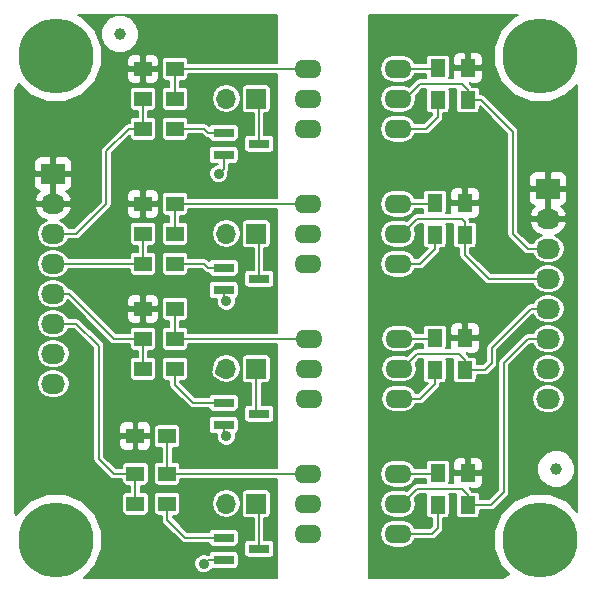
<source format=gbr>
G04 #@! TF.FileFunction,Copper,L1,Top,Signal*
%FSLAX46Y46*%
G04 Gerber Fmt 4.6, Leading zero omitted, Abs format (unit mm)*
G04 Created by KiCad (PCBNEW (after 2015-mar-04 BZR unknown)-product) date 6/9/2017 12:20:57 PM*
%MOMM*%
G01*
G04 APERTURE LIST*
%ADD10C,0.150000*%
%ADD11C,1.000000*%
%ADD12R,1.500000X1.300000*%
%ADD13R,1.300000X1.500000*%
%ADD14O,2.300000X1.600000*%
%ADD15R,1.800860X0.800100*%
%ADD16R,2.032000X1.727200*%
%ADD17O,2.032000X1.727200*%
%ADD18C,6.350000*%
%ADD19R,1.700000X1.700000*%
%ADD20O,1.700000X1.700000*%
%ADD21C,0.889000*%
%ADD22C,0.203200*%
%ADD23C,0.635000*%
G04 APERTURE END LIST*
D10*
D11*
X46355000Y-38989000D03*
X9398000Y-2159000D03*
D12*
X11350000Y-5080000D03*
X14050000Y-5080000D03*
D13*
X38862000Y-7700000D03*
X38862000Y-5000000D03*
D12*
X11350000Y-16510000D03*
X14050000Y-16510000D03*
D13*
X38608000Y-19130000D03*
X38608000Y-16430000D03*
D12*
X11350000Y-25400000D03*
X14050000Y-25400000D03*
D13*
X38608000Y-30560000D03*
X38608000Y-27860000D03*
D12*
X10715000Y-36195000D03*
X13415000Y-36195000D03*
D13*
X38862000Y-41990000D03*
X38862000Y-39290000D03*
D14*
X25340000Y-5090000D03*
X25340000Y-7630000D03*
X25340000Y-10170000D03*
X32960000Y-10170000D03*
X32960000Y-7630000D03*
X32960000Y-5090000D03*
X25340000Y-16520000D03*
X25340000Y-19060000D03*
X25340000Y-21600000D03*
X32960000Y-21600000D03*
X32960000Y-19060000D03*
X32960000Y-16520000D03*
X25400000Y-27940000D03*
X25400000Y-30480000D03*
X25400000Y-33020000D03*
X33020000Y-33020000D03*
X33020000Y-30480000D03*
X33020000Y-27940000D03*
X25340000Y-39380000D03*
X25340000Y-41920000D03*
X25340000Y-44460000D03*
X32960000Y-44460000D03*
X32960000Y-41920000D03*
X32960000Y-39380000D03*
D15*
X18183860Y-10480000D03*
X18183860Y-12380000D03*
X21186140Y-11430000D03*
X18183860Y-21910000D03*
X18183860Y-23810000D03*
X21186140Y-22860000D03*
X18183860Y-33340000D03*
X18183860Y-35240000D03*
X21186140Y-34290000D03*
X18183860Y-44770000D03*
X18183860Y-46670000D03*
X21186140Y-45720000D03*
D16*
X3750000Y-13980000D03*
D17*
X3750000Y-16520000D03*
X3750000Y-19060000D03*
X3750000Y-21600000D03*
X3750000Y-24140000D03*
X3750000Y-26680000D03*
X3750000Y-29220000D03*
X3750000Y-31760000D03*
D16*
X45660000Y-15250000D03*
D17*
X45660000Y-17790000D03*
X45660000Y-20330000D03*
X45660000Y-22870000D03*
X45660000Y-25410000D03*
X45660000Y-27950000D03*
X45660000Y-30490000D03*
X45660000Y-33030000D03*
D18*
X4000000Y-4000000D03*
X45000000Y-4000000D03*
X4000000Y-45000000D03*
X45000000Y-45000000D03*
D13*
X36322000Y-5000000D03*
X36322000Y-7700000D03*
X36068000Y-16430000D03*
X36068000Y-19130000D03*
X36068000Y-27860000D03*
X36068000Y-30560000D03*
X36322000Y-39290000D03*
X36322000Y-41990000D03*
D12*
X11350000Y-10160000D03*
X14050000Y-10160000D03*
X11350000Y-21590000D03*
X14050000Y-21590000D03*
X11350000Y-30480000D03*
X14050000Y-30480000D03*
X10715000Y-41910000D03*
X13415000Y-41910000D03*
D19*
X20955000Y-7620000D03*
D20*
X18415000Y-7620000D03*
D19*
X20955000Y-19050000D03*
D20*
X18415000Y-19050000D03*
D19*
X20955000Y-30480000D03*
D20*
X18415000Y-30480000D03*
D19*
X20955000Y-41910000D03*
D20*
X18415000Y-41910000D03*
D12*
X11350000Y-7620000D03*
X14050000Y-7620000D03*
X11350000Y-19050000D03*
X14050000Y-19050000D03*
X11350000Y-27940000D03*
X14050000Y-27940000D03*
X10715000Y-39370000D03*
X13415000Y-39370000D03*
D21*
X17780000Y-13970000D03*
X18415000Y-24765000D03*
X18415000Y-36195000D03*
X16510000Y-46990000D03*
D22*
X3750000Y-19060000D02*
X4308000Y-19060000D01*
X5705000Y-19060000D02*
X8255000Y-16510000D01*
X8255000Y-16510000D02*
X8255000Y-12065000D01*
X8255000Y-12065000D02*
X10160000Y-10160000D01*
X10160000Y-10160000D02*
X11350000Y-10160000D01*
X3750000Y-19060000D02*
X5705000Y-19060000D01*
X11350000Y-7620000D02*
X11350000Y-10160000D01*
X39136000Y-7710000D02*
X38862000Y-7700000D01*
X38782000Y-7620000D02*
X38862000Y-7700000D01*
X39958000Y-7700000D02*
X42672000Y-10414000D01*
X42672000Y-10414000D02*
X42672000Y-19050000D01*
X42672000Y-19050000D02*
X43952000Y-20330000D01*
X43952000Y-20330000D02*
X45660000Y-20330000D01*
X38862000Y-7700000D02*
X39958000Y-7700000D01*
X38862000Y-6858000D02*
X38862000Y-7700000D01*
X38354000Y-6350000D02*
X38862000Y-6858000D01*
X34798000Y-6350000D02*
X38354000Y-6350000D01*
X33518000Y-7630000D02*
X34798000Y-6350000D01*
X32960000Y-7630000D02*
X33518000Y-7630000D01*
D23*
X18011140Y-30502860D02*
X17780000Y-30734000D01*
D22*
X18183860Y-13566140D02*
X17780000Y-13970000D01*
X18183860Y-12380000D02*
X18183860Y-13566140D01*
X18183860Y-24533860D02*
X18415000Y-24765000D01*
X18183860Y-23810000D02*
X18183860Y-24533860D01*
X18183860Y-35963860D02*
X18415000Y-36195000D01*
X18183860Y-35240000D02*
X18183860Y-35963860D01*
X16830000Y-46670000D02*
X16510000Y-46990000D01*
X18183860Y-46670000D02*
X16830000Y-46670000D01*
X3760000Y-21590000D02*
X3750000Y-21600000D01*
X11350000Y-21590000D02*
X3760000Y-21590000D01*
X11350000Y-19050000D02*
X11350000Y-21590000D01*
X11350000Y-30480000D02*
X11350000Y-27940000D01*
X5090000Y-24140000D02*
X8890000Y-27940000D01*
X8890000Y-27940000D02*
X11350000Y-27940000D01*
X3750000Y-24140000D02*
X5090000Y-24140000D01*
X5725000Y-26680000D02*
X7620000Y-28575000D01*
X7620000Y-28575000D02*
X7620000Y-38100000D01*
X7620000Y-38100000D02*
X8890000Y-39370000D01*
X8890000Y-39370000D02*
X10715000Y-39370000D01*
X3750000Y-26680000D02*
X5725000Y-26680000D01*
X10715000Y-39370000D02*
X10715000Y-41910000D01*
X38528000Y-19050000D02*
X38608000Y-19130000D01*
X40650000Y-22870000D02*
X38608000Y-20828000D01*
X38608000Y-20828000D02*
X38608000Y-19130000D01*
X45660000Y-22870000D02*
X40650000Y-22870000D01*
X38608000Y-18034000D02*
X38608000Y-19130000D01*
X38354000Y-17780000D02*
X38608000Y-18034000D01*
X34544000Y-17780000D02*
X38354000Y-17780000D01*
X33264000Y-19060000D02*
X34544000Y-17780000D01*
X32960000Y-19060000D02*
X33264000Y-19060000D01*
X38528000Y-30226000D02*
X38608000Y-30306000D01*
X44186000Y-25410000D02*
X40894000Y-28702000D01*
X40894000Y-28702000D02*
X40894000Y-29972000D01*
X40894000Y-29972000D02*
X40306000Y-30560000D01*
X40306000Y-30560000D02*
X38608000Y-30560000D01*
X45660000Y-25410000D02*
X44186000Y-25410000D01*
X38608000Y-29718000D02*
X38608000Y-30560000D01*
X38100000Y-29210000D02*
X38608000Y-29718000D01*
X34544000Y-29210000D02*
X38100000Y-29210000D01*
X33324000Y-30480000D02*
X34544000Y-29210000D01*
X33020000Y-30480000D02*
X33324000Y-30480000D01*
X38782000Y-41910000D02*
X38862000Y-41990000D01*
X43932000Y-27950000D02*
X45660000Y-27950000D01*
X41910000Y-29972000D02*
X43932000Y-27950000D01*
X41910000Y-40894000D02*
X41910000Y-29972000D01*
X40804000Y-42000000D02*
X41910000Y-40894000D01*
X38862000Y-41990000D02*
X40804000Y-42000000D01*
X38862000Y-41148000D02*
X38862000Y-41990000D01*
X38354000Y-40640000D02*
X38862000Y-41148000D01*
X34544000Y-40640000D02*
X38354000Y-40640000D01*
X33264000Y-41920000D02*
X34544000Y-40640000D01*
X32960000Y-41920000D02*
X33264000Y-41920000D01*
X36252000Y-41920000D02*
X36322000Y-41990000D01*
X35998000Y-30490000D02*
X36068000Y-30560000D01*
X35998000Y-19060000D02*
X36068000Y-19130000D01*
X36252000Y-7630000D02*
X36322000Y-7700000D01*
X35296000Y-10170000D02*
X36322000Y-9144000D01*
X36322000Y-9144000D02*
X36322000Y-7700000D01*
X32960000Y-10170000D02*
X35296000Y-10170000D01*
X34788000Y-21600000D02*
X36068000Y-20320000D01*
X36068000Y-20320000D02*
X36068000Y-19130000D01*
X32960000Y-21600000D02*
X34788000Y-21600000D01*
X34788000Y-33030000D02*
X36068000Y-31750000D01*
X36068000Y-31750000D02*
X36068000Y-30560000D01*
X33020000Y-33020000D02*
X34788000Y-33030000D01*
X35804000Y-44460000D02*
X36322000Y-43942000D01*
X36322000Y-43942000D02*
X36322000Y-41990000D01*
X32960000Y-44460000D02*
X35804000Y-44460000D01*
X16830000Y-10480000D02*
X16510000Y-10160000D01*
X16510000Y-10160000D02*
X14050000Y-10160000D01*
X18183860Y-10480000D02*
X16830000Y-10480000D01*
X16830000Y-21910000D02*
X16510000Y-21590000D01*
X16510000Y-21590000D02*
X14050000Y-21590000D01*
X18183860Y-21910000D02*
X16830000Y-21910000D01*
X15560000Y-33340000D02*
X14050000Y-31830000D01*
X14050000Y-31830000D02*
X14050000Y-30480000D01*
X18183860Y-33340000D02*
X15560000Y-33340000D01*
X14925000Y-44770000D02*
X13415000Y-43260000D01*
X13415000Y-43260000D02*
X13415000Y-41910000D01*
X18183860Y-44770000D02*
X14925000Y-44770000D01*
X36232000Y-5090000D02*
X36322000Y-5000000D01*
X32960000Y-5090000D02*
X36232000Y-5090000D01*
X35978000Y-16520000D02*
X36068000Y-16430000D01*
X32960000Y-16520000D02*
X35978000Y-16520000D01*
X35978000Y-27950000D02*
X36068000Y-27860000D01*
X33020000Y-27940000D02*
X35978000Y-27950000D01*
X36232000Y-39380000D02*
X36322000Y-39290000D01*
X32960000Y-39380000D02*
X36232000Y-39380000D01*
X25270000Y-39450000D02*
X25340000Y-39380000D01*
D23*
X25270000Y-39450000D02*
X25340000Y-39380000D01*
D22*
X13425000Y-39380000D02*
X13415000Y-39370000D01*
X25340000Y-39380000D02*
X13425000Y-39380000D01*
X13415000Y-36195000D02*
X13415000Y-39370000D01*
X20840860Y-7630000D02*
X20828000Y-7642860D01*
D23*
X25327140Y-7642860D02*
X25340000Y-7630000D01*
D22*
X21186140Y-7851140D02*
X20955000Y-7620000D01*
X21186140Y-11430000D02*
X21186140Y-7851140D01*
X25327140Y-19072860D02*
X25340000Y-19060000D01*
D23*
X25327140Y-19072860D02*
X25340000Y-19060000D01*
D22*
X21186140Y-19281140D02*
X20955000Y-19050000D01*
X21186140Y-22860000D02*
X21186140Y-19281140D01*
X20965000Y-19060000D02*
X20955000Y-19050000D01*
X20596860Y-30734000D02*
X20828000Y-30502860D01*
X25387140Y-30492860D02*
X25400000Y-30480000D01*
D23*
X25387140Y-30492860D02*
X25400000Y-30480000D01*
D22*
X20955000Y-34058860D02*
X21186140Y-34290000D01*
X20955000Y-30480000D02*
X20955000Y-34058860D01*
D23*
X25327140Y-41932860D02*
X25340000Y-41920000D01*
D22*
X20840860Y-41920000D02*
X20828000Y-41932860D01*
X21186140Y-42141140D02*
X20955000Y-41910000D01*
X21186140Y-45720000D02*
X21186140Y-42141140D01*
X20965000Y-41920000D02*
X20955000Y-41910000D01*
D23*
X25156000Y-4906000D02*
X25340000Y-5090000D01*
D22*
X25250000Y-5000000D02*
X25340000Y-5090000D01*
X14050000Y-7620000D02*
X14050000Y-5080000D01*
X25330000Y-5080000D02*
X25340000Y-5090000D01*
X14050000Y-5080000D02*
X25330000Y-5080000D01*
X25156000Y-16336000D02*
X25340000Y-16520000D01*
X14060000Y-16520000D02*
X14050000Y-16510000D01*
X25340000Y-16520000D02*
X14060000Y-16520000D01*
X14050000Y-16510000D02*
X14050000Y-19050000D01*
D23*
X24962000Y-27502000D02*
X25400000Y-27940000D01*
D22*
X25330000Y-28010000D02*
X25400000Y-27940000D01*
X25400000Y-27940000D02*
X14050000Y-27940000D01*
X14050000Y-27940000D02*
X14050000Y-25400000D01*
G36*
X22698400Y-48168400D02*
X22449137Y-48168400D01*
X22449137Y-46120050D01*
X22449137Y-45319950D01*
X22422829Y-45184361D01*
X22344547Y-45065191D01*
X22226369Y-44985419D01*
X22086570Y-44957383D01*
X21643340Y-44957383D01*
X21643340Y-43122567D01*
X21805000Y-43122567D01*
X21940589Y-43096259D01*
X22059759Y-43017977D01*
X22139531Y-42899799D01*
X22167567Y-42760000D01*
X22167567Y-41060000D01*
X22141259Y-40924411D01*
X22062977Y-40805241D01*
X21944799Y-40725469D01*
X21805000Y-40697433D01*
X20105000Y-40697433D01*
X19969411Y-40723741D01*
X19850241Y-40802023D01*
X19770469Y-40920201D01*
X19742433Y-41060000D01*
X19742433Y-42760000D01*
X19768741Y-42895589D01*
X19847023Y-43014759D01*
X19965201Y-43094531D01*
X20105000Y-43122567D01*
X20728940Y-43122567D01*
X20728940Y-44957383D01*
X20285710Y-44957383D01*
X20150121Y-44983691D01*
X20030951Y-45061973D01*
X19951179Y-45180151D01*
X19923143Y-45319950D01*
X19923143Y-46120050D01*
X19949451Y-46255639D01*
X20027733Y-46374809D01*
X20145911Y-46454581D01*
X20285710Y-46482617D01*
X22086570Y-46482617D01*
X22222159Y-46456309D01*
X22341329Y-46378027D01*
X22421101Y-46259849D01*
X22449137Y-46120050D01*
X22449137Y-48168400D01*
X19620600Y-48168400D01*
X19620600Y-41933619D01*
X19620600Y-41886381D01*
X19528829Y-41425018D01*
X19267488Y-41033893D01*
X18876363Y-40772552D01*
X18415000Y-40680781D01*
X17953637Y-40772552D01*
X17562512Y-41033893D01*
X17301171Y-41425018D01*
X17209400Y-41886381D01*
X17209400Y-41933619D01*
X17301171Y-42394982D01*
X17562512Y-42786107D01*
X17953637Y-43047448D01*
X18415000Y-43139219D01*
X18876363Y-43047448D01*
X19267488Y-42786107D01*
X19528829Y-42394982D01*
X19620600Y-41933619D01*
X19620600Y-48168400D01*
X19446857Y-48168400D01*
X19446857Y-47070050D01*
X19446857Y-46269950D01*
X19446857Y-45170050D01*
X19446857Y-44369950D01*
X19420549Y-44234361D01*
X19342267Y-44115191D01*
X19224089Y-44035419D01*
X19084290Y-44007383D01*
X17283430Y-44007383D01*
X17147841Y-44033691D01*
X17028671Y-44111973D01*
X16948899Y-44230151D01*
X16932324Y-44312800D01*
X15114378Y-44312800D01*
X13872200Y-43070621D01*
X13872200Y-42922567D01*
X14165000Y-42922567D01*
X14300589Y-42896259D01*
X14419759Y-42817977D01*
X14499531Y-42699799D01*
X14527567Y-42560000D01*
X14527567Y-41260000D01*
X14501259Y-41124411D01*
X14422977Y-41005241D01*
X14304799Y-40925469D01*
X14165000Y-40897433D01*
X12665000Y-40897433D01*
X12529411Y-40923741D01*
X12410241Y-41002023D01*
X12330469Y-41120201D01*
X12302433Y-41260000D01*
X12302433Y-42560000D01*
X12328741Y-42695589D01*
X12407023Y-42814759D01*
X12525201Y-42894531D01*
X12665000Y-42922567D01*
X12957800Y-42922567D01*
X12957800Y-43260000D01*
X12992602Y-43434963D01*
X13091711Y-43583289D01*
X14601710Y-45093289D01*
X14601711Y-45093289D01*
X14750037Y-45192398D01*
X14925000Y-45227200D01*
X16931951Y-45227200D01*
X16947171Y-45305639D01*
X17025453Y-45424809D01*
X17143631Y-45504581D01*
X17283430Y-45532617D01*
X19084290Y-45532617D01*
X19219879Y-45506309D01*
X19339049Y-45428027D01*
X19418821Y-45309849D01*
X19446857Y-45170050D01*
X19446857Y-46269950D01*
X19420549Y-46134361D01*
X19342267Y-46015191D01*
X19224089Y-45935419D01*
X19084290Y-45907383D01*
X17283430Y-45907383D01*
X17147841Y-45933691D01*
X17028671Y-46011973D01*
X16948899Y-46130151D01*
X16932324Y-46212800D01*
X16830000Y-46212800D01*
X16758780Y-46226966D01*
X16758779Y-46226966D01*
X16669848Y-46190039D01*
X16351548Y-46189761D01*
X16057372Y-46311313D01*
X15832104Y-46536188D01*
X15710039Y-46830152D01*
X15709761Y-47148452D01*
X15831313Y-47442628D01*
X16056188Y-47667896D01*
X16350152Y-47789961D01*
X16668452Y-47790239D01*
X16962628Y-47668687D01*
X17187896Y-47443812D01*
X17199531Y-47415791D01*
X17283430Y-47432617D01*
X19084290Y-47432617D01*
X19219879Y-47406309D01*
X19339049Y-47328027D01*
X19418821Y-47209849D01*
X19446857Y-47070050D01*
X19446857Y-48168400D01*
X12074600Y-48168400D01*
X12074600Y-36966257D01*
X12074600Y-36723743D01*
X12074600Y-36499800D01*
X12074600Y-35890200D01*
X12074600Y-35666257D01*
X12074600Y-35423743D01*
X11981794Y-35199689D01*
X11810311Y-35028206D01*
X11586257Y-34935400D01*
X11019800Y-34935400D01*
X10867400Y-35087800D01*
X10867400Y-36042600D01*
X11922200Y-36042600D01*
X12074600Y-35890200D01*
X12074600Y-36499800D01*
X11922200Y-36347400D01*
X10867400Y-36347400D01*
X10867400Y-37302200D01*
X11019800Y-37454600D01*
X11586257Y-37454600D01*
X11810311Y-37361794D01*
X11981794Y-37190311D01*
X12074600Y-36966257D01*
X12074600Y-48168400D01*
X11827567Y-48168400D01*
X11827567Y-42560000D01*
X11827567Y-41260000D01*
X11801259Y-41124411D01*
X11722977Y-41005241D01*
X11604799Y-40925469D01*
X11465000Y-40897433D01*
X11172200Y-40897433D01*
X11172200Y-40382567D01*
X11465000Y-40382567D01*
X11600589Y-40356259D01*
X11719759Y-40277977D01*
X11799531Y-40159799D01*
X11827567Y-40020000D01*
X11827567Y-38720000D01*
X11801259Y-38584411D01*
X11722977Y-38465241D01*
X11604799Y-38385469D01*
X11465000Y-38357433D01*
X10562600Y-38357433D01*
X10562600Y-37302200D01*
X10562600Y-36347400D01*
X10562600Y-36042600D01*
X10562600Y-35087800D01*
X10410200Y-34935400D01*
X9843743Y-34935400D01*
X9619689Y-35028206D01*
X9448206Y-35199689D01*
X9355400Y-35423743D01*
X9355400Y-35666257D01*
X9355400Y-35890200D01*
X9507800Y-36042600D01*
X10562600Y-36042600D01*
X10562600Y-36347400D01*
X9507800Y-36347400D01*
X9355400Y-36499800D01*
X9355400Y-36723743D01*
X9355400Y-36966257D01*
X9448206Y-37190311D01*
X9619689Y-37361794D01*
X9843743Y-37454600D01*
X10410200Y-37454600D01*
X10562600Y-37302200D01*
X10562600Y-38357433D01*
X9965000Y-38357433D01*
X9829411Y-38383741D01*
X9710241Y-38462023D01*
X9630469Y-38580201D01*
X9602433Y-38720000D01*
X9602433Y-38912800D01*
X9079378Y-38912800D01*
X8077200Y-37910622D01*
X8077200Y-28575000D01*
X8042398Y-28400037D01*
X7943289Y-28251711D01*
X6048289Y-26356711D01*
X5899963Y-26257602D01*
X5725000Y-26222800D01*
X5057528Y-26222800D01*
X5055665Y-26213432D01*
X4791376Y-25817895D01*
X4395839Y-25553606D01*
X3929271Y-25460800D01*
X3570729Y-25460800D01*
X3104161Y-25553606D01*
X2708624Y-25817895D01*
X2444335Y-26213432D01*
X2351529Y-26680000D01*
X2444335Y-27146568D01*
X2708624Y-27542105D01*
X3104161Y-27806394D01*
X3570729Y-27899200D01*
X3929271Y-27899200D01*
X4395839Y-27806394D01*
X4791376Y-27542105D01*
X5055665Y-27146568D01*
X5057528Y-27137200D01*
X5535622Y-27137200D01*
X7162800Y-28764378D01*
X7162800Y-38100000D01*
X7197602Y-38274963D01*
X7296711Y-38423289D01*
X8566711Y-39693289D01*
X8715037Y-39792398D01*
X8890000Y-39827200D01*
X9602433Y-39827200D01*
X9602433Y-40020000D01*
X9628741Y-40155589D01*
X9707023Y-40274759D01*
X9825201Y-40354531D01*
X9965000Y-40382567D01*
X10257800Y-40382567D01*
X10257800Y-40897433D01*
X9965000Y-40897433D01*
X9829411Y-40923741D01*
X9710241Y-41002023D01*
X9630469Y-41120201D01*
X9602433Y-41260000D01*
X9602433Y-42560000D01*
X9628741Y-42695589D01*
X9707023Y-42814759D01*
X9825201Y-42894531D01*
X9965000Y-42922567D01*
X11465000Y-42922567D01*
X11600589Y-42896259D01*
X11719759Y-42817977D01*
X11799531Y-42699799D01*
X11827567Y-42560000D01*
X11827567Y-48168400D01*
X6362737Y-48168400D01*
X7314160Y-47218637D01*
X7910920Y-45781479D01*
X7912278Y-44225348D01*
X7318027Y-42787151D01*
X6218637Y-41685840D01*
X5148471Y-41241468D01*
X5148471Y-31760000D01*
X5148471Y-29220000D01*
X5055665Y-28753432D01*
X4791376Y-28357895D01*
X4395839Y-28093606D01*
X3929271Y-28000800D01*
X3570729Y-28000800D01*
X3104161Y-28093606D01*
X2708624Y-28357895D01*
X2444335Y-28753432D01*
X2351529Y-29220000D01*
X2444335Y-29686568D01*
X2708624Y-30082105D01*
X3104161Y-30346394D01*
X3570729Y-30439200D01*
X3929271Y-30439200D01*
X4395839Y-30346394D01*
X4791376Y-30082105D01*
X5055665Y-29686568D01*
X5148471Y-29220000D01*
X5148471Y-31760000D01*
X5055665Y-31293432D01*
X4791376Y-30897895D01*
X4395839Y-30633606D01*
X3929271Y-30540800D01*
X3570729Y-30540800D01*
X3104161Y-30633606D01*
X2708624Y-30897895D01*
X2444335Y-31293432D01*
X2351529Y-31760000D01*
X2444335Y-32226568D01*
X2708624Y-32622105D01*
X3104161Y-32886394D01*
X3570729Y-32979200D01*
X3929271Y-32979200D01*
X4395839Y-32886394D01*
X4791376Y-32622105D01*
X5055665Y-32226568D01*
X5148471Y-31760000D01*
X5148471Y-41241468D01*
X4781479Y-41089080D01*
X3225348Y-41087722D01*
X1787151Y-41681973D01*
X685840Y-42781363D01*
X640629Y-42890241D01*
X546100Y-42732691D01*
X546100Y-6904012D01*
X876778Y-6407994D01*
X1781363Y-7314160D01*
X3218521Y-7910920D01*
X4774652Y-7912278D01*
X6212849Y-7318027D01*
X7314160Y-6218637D01*
X7910920Y-4781479D01*
X7912278Y-3225348D01*
X7318027Y-1787151D01*
X6218637Y-685840D01*
X5882105Y-546100D01*
X22698400Y-546100D01*
X22698400Y-4622800D01*
X15162567Y-4622800D01*
X15162567Y-4430000D01*
X15136259Y-4294411D01*
X15057977Y-4175241D01*
X14939799Y-4095469D01*
X14800000Y-4067433D01*
X13300000Y-4067433D01*
X13164411Y-4093741D01*
X13045241Y-4172023D01*
X12965469Y-4290201D01*
X12937433Y-4430000D01*
X12937433Y-5730000D01*
X12963741Y-5865589D01*
X13042023Y-5984759D01*
X13160201Y-6064531D01*
X13300000Y-6092567D01*
X13592800Y-6092567D01*
X13592800Y-6607433D01*
X13300000Y-6607433D01*
X13164411Y-6633741D01*
X13045241Y-6712023D01*
X12965469Y-6830201D01*
X12937433Y-6970000D01*
X12937433Y-8270000D01*
X12963741Y-8405589D01*
X13042023Y-8524759D01*
X13160201Y-8604531D01*
X13300000Y-8632567D01*
X14800000Y-8632567D01*
X14935589Y-8606259D01*
X15054759Y-8527977D01*
X15134531Y-8409799D01*
X15162567Y-8270000D01*
X15162567Y-6970000D01*
X15136259Y-6834411D01*
X15057977Y-6715241D01*
X14939799Y-6635469D01*
X14800000Y-6607433D01*
X14507200Y-6607433D01*
X14507200Y-6092567D01*
X14800000Y-6092567D01*
X14935589Y-6066259D01*
X15054759Y-5987977D01*
X15134531Y-5869799D01*
X15162567Y-5730000D01*
X15162567Y-5537200D01*
X22698400Y-5537200D01*
X22698400Y-16062800D01*
X22449137Y-16062800D01*
X22449137Y-11830050D01*
X22449137Y-11029950D01*
X22422829Y-10894361D01*
X22344547Y-10775191D01*
X22226369Y-10695419D01*
X22086570Y-10667383D01*
X21643340Y-10667383D01*
X21643340Y-8832567D01*
X21805000Y-8832567D01*
X21940589Y-8806259D01*
X22059759Y-8727977D01*
X22139531Y-8609799D01*
X22167567Y-8470000D01*
X22167567Y-6770000D01*
X22141259Y-6634411D01*
X22062977Y-6515241D01*
X21944799Y-6435469D01*
X21805000Y-6407433D01*
X20105000Y-6407433D01*
X19969411Y-6433741D01*
X19850241Y-6512023D01*
X19770469Y-6630201D01*
X19742433Y-6770000D01*
X19742433Y-8470000D01*
X19768741Y-8605589D01*
X19847023Y-8724759D01*
X19965201Y-8804531D01*
X20105000Y-8832567D01*
X20728940Y-8832567D01*
X20728940Y-10667383D01*
X20285710Y-10667383D01*
X20150121Y-10693691D01*
X20030951Y-10771973D01*
X19951179Y-10890151D01*
X19923143Y-11029950D01*
X19923143Y-11830050D01*
X19949451Y-11965639D01*
X20027733Y-12084809D01*
X20145911Y-12164581D01*
X20285710Y-12192617D01*
X22086570Y-12192617D01*
X22222159Y-12166309D01*
X22341329Y-12088027D01*
X22421101Y-11969849D01*
X22449137Y-11830050D01*
X22449137Y-16062800D01*
X19620600Y-16062800D01*
X19620600Y-7643619D01*
X19620600Y-7596381D01*
X19528829Y-7135018D01*
X19267488Y-6743893D01*
X18876363Y-6482552D01*
X18415000Y-6390781D01*
X17953637Y-6482552D01*
X17562512Y-6743893D01*
X17301171Y-7135018D01*
X17209400Y-7596381D01*
X17209400Y-7643619D01*
X17301171Y-8104982D01*
X17562512Y-8496107D01*
X17953637Y-8757448D01*
X18415000Y-8849219D01*
X18876363Y-8757448D01*
X19267488Y-8496107D01*
X19528829Y-8104982D01*
X19620600Y-7643619D01*
X19620600Y-16062800D01*
X19446857Y-16062800D01*
X19446857Y-12780050D01*
X19446857Y-11979950D01*
X19446857Y-10880050D01*
X19446857Y-10079950D01*
X19420549Y-9944361D01*
X19342267Y-9825191D01*
X19224089Y-9745419D01*
X19084290Y-9717383D01*
X17283430Y-9717383D01*
X17147841Y-9743691D01*
X17028671Y-9821973D01*
X16948899Y-9940151D01*
X16946866Y-9950288D01*
X16833289Y-9836711D01*
X16684963Y-9737602D01*
X16510000Y-9702800D01*
X15162567Y-9702800D01*
X15162567Y-9510000D01*
X15136259Y-9374411D01*
X15057977Y-9255241D01*
X14939799Y-9175469D01*
X14800000Y-9147433D01*
X13300000Y-9147433D01*
X13164411Y-9173741D01*
X13045241Y-9252023D01*
X12965469Y-9370201D01*
X12937433Y-9510000D01*
X12937433Y-10810000D01*
X12963741Y-10945589D01*
X13042023Y-11064759D01*
X13160201Y-11144531D01*
X13300000Y-11172567D01*
X14800000Y-11172567D01*
X14935589Y-11146259D01*
X15054759Y-11067977D01*
X15134531Y-10949799D01*
X15162567Y-10810000D01*
X15162567Y-10617200D01*
X16320622Y-10617200D01*
X16506711Y-10803289D01*
X16655037Y-10902398D01*
X16830000Y-10937200D01*
X16931951Y-10937200D01*
X16947171Y-11015639D01*
X17025453Y-11134809D01*
X17143631Y-11214581D01*
X17283430Y-11242617D01*
X19084290Y-11242617D01*
X19219879Y-11216309D01*
X19339049Y-11138027D01*
X19418821Y-11019849D01*
X19446857Y-10880050D01*
X19446857Y-11979950D01*
X19420549Y-11844361D01*
X19342267Y-11725191D01*
X19224089Y-11645419D01*
X19084290Y-11617383D01*
X17283430Y-11617383D01*
X17147841Y-11643691D01*
X17028671Y-11721973D01*
X16948899Y-11840151D01*
X16920863Y-11979950D01*
X16920863Y-12780050D01*
X16947171Y-12915639D01*
X17025453Y-13034809D01*
X17143631Y-13114581D01*
X17283430Y-13142617D01*
X17726660Y-13142617D01*
X17726660Y-13169852D01*
X17621548Y-13169761D01*
X17327372Y-13291313D01*
X17102104Y-13516188D01*
X16980039Y-13810152D01*
X16979761Y-14128452D01*
X17101313Y-14422628D01*
X17326188Y-14647896D01*
X17620152Y-14769961D01*
X17938452Y-14770239D01*
X18232628Y-14648687D01*
X18457896Y-14423812D01*
X18579961Y-14129848D01*
X18580239Y-13811548D01*
X18572195Y-13792081D01*
X18606258Y-13741103D01*
X18641059Y-13566140D01*
X18641060Y-13566140D01*
X18641060Y-13142617D01*
X19084290Y-13142617D01*
X19219879Y-13116309D01*
X19339049Y-13038027D01*
X19418821Y-12919849D01*
X19446857Y-12780050D01*
X19446857Y-16062800D01*
X15162567Y-16062800D01*
X15162567Y-15860000D01*
X15136259Y-15724411D01*
X15057977Y-15605241D01*
X14939799Y-15525469D01*
X14800000Y-15497433D01*
X13300000Y-15497433D01*
X13164411Y-15523741D01*
X13045241Y-15602023D01*
X12965469Y-15720201D01*
X12937433Y-15860000D01*
X12937433Y-17160000D01*
X12963741Y-17295589D01*
X13042023Y-17414759D01*
X13160201Y-17494531D01*
X13300000Y-17522567D01*
X13592800Y-17522567D01*
X13592800Y-18037433D01*
X13300000Y-18037433D01*
X13164411Y-18063741D01*
X13045241Y-18142023D01*
X12965469Y-18260201D01*
X12937433Y-18400000D01*
X12937433Y-19700000D01*
X12963741Y-19835589D01*
X13042023Y-19954759D01*
X13160201Y-20034531D01*
X13300000Y-20062567D01*
X14800000Y-20062567D01*
X14935589Y-20036259D01*
X15054759Y-19957977D01*
X15134531Y-19839799D01*
X15162567Y-19700000D01*
X15162567Y-18400000D01*
X15136259Y-18264411D01*
X15057977Y-18145241D01*
X14939799Y-18065469D01*
X14800000Y-18037433D01*
X14507200Y-18037433D01*
X14507200Y-17522567D01*
X14800000Y-17522567D01*
X14935589Y-17496259D01*
X15054759Y-17417977D01*
X15134531Y-17299799D01*
X15162567Y-17160000D01*
X15162567Y-16977200D01*
X22698400Y-16977200D01*
X22698400Y-27482800D01*
X22449137Y-27482800D01*
X22449137Y-23260050D01*
X22449137Y-22459950D01*
X22422829Y-22324361D01*
X22344547Y-22205191D01*
X22226369Y-22125419D01*
X22086570Y-22097383D01*
X21643340Y-22097383D01*
X21643340Y-20262567D01*
X21805000Y-20262567D01*
X21940589Y-20236259D01*
X22059759Y-20157977D01*
X22139531Y-20039799D01*
X22167567Y-19900000D01*
X22167567Y-18200000D01*
X22141259Y-18064411D01*
X22062977Y-17945241D01*
X21944799Y-17865469D01*
X21805000Y-17837433D01*
X20105000Y-17837433D01*
X19969411Y-17863741D01*
X19850241Y-17942023D01*
X19770469Y-18060201D01*
X19742433Y-18200000D01*
X19742433Y-19900000D01*
X19768741Y-20035589D01*
X19847023Y-20154759D01*
X19965201Y-20234531D01*
X20105000Y-20262567D01*
X20728940Y-20262567D01*
X20728940Y-22097383D01*
X20285710Y-22097383D01*
X20150121Y-22123691D01*
X20030951Y-22201973D01*
X19951179Y-22320151D01*
X19923143Y-22459950D01*
X19923143Y-23260050D01*
X19949451Y-23395639D01*
X20027733Y-23514809D01*
X20145911Y-23594581D01*
X20285710Y-23622617D01*
X22086570Y-23622617D01*
X22222159Y-23596309D01*
X22341329Y-23518027D01*
X22421101Y-23399849D01*
X22449137Y-23260050D01*
X22449137Y-27482800D01*
X19620600Y-27482800D01*
X19620600Y-19073619D01*
X19620600Y-19026381D01*
X19528829Y-18565018D01*
X19267488Y-18173893D01*
X18876363Y-17912552D01*
X18415000Y-17820781D01*
X17953637Y-17912552D01*
X17562512Y-18173893D01*
X17301171Y-18565018D01*
X17209400Y-19026381D01*
X17209400Y-19073619D01*
X17301171Y-19534982D01*
X17562512Y-19926107D01*
X17953637Y-20187448D01*
X18415000Y-20279219D01*
X18876363Y-20187448D01*
X19267488Y-19926107D01*
X19528829Y-19534982D01*
X19620600Y-19073619D01*
X19620600Y-27482800D01*
X19446857Y-27482800D01*
X19446857Y-24210050D01*
X19446857Y-23409950D01*
X19446857Y-22310050D01*
X19446857Y-21509950D01*
X19420549Y-21374361D01*
X19342267Y-21255191D01*
X19224089Y-21175419D01*
X19084290Y-21147383D01*
X17283430Y-21147383D01*
X17147841Y-21173691D01*
X17028671Y-21251973D01*
X16948899Y-21370151D01*
X16946866Y-21380288D01*
X16833289Y-21266711D01*
X16684963Y-21167602D01*
X16510000Y-21132800D01*
X15162567Y-21132800D01*
X15162567Y-20940000D01*
X15136259Y-20804411D01*
X15057977Y-20685241D01*
X14939799Y-20605469D01*
X14800000Y-20577433D01*
X13300000Y-20577433D01*
X13164411Y-20603741D01*
X13045241Y-20682023D01*
X12965469Y-20800201D01*
X12937433Y-20940000D01*
X12937433Y-22240000D01*
X12963741Y-22375589D01*
X13042023Y-22494759D01*
X13160201Y-22574531D01*
X13300000Y-22602567D01*
X14800000Y-22602567D01*
X14935589Y-22576259D01*
X15054759Y-22497977D01*
X15134531Y-22379799D01*
X15162567Y-22240000D01*
X15162567Y-22047200D01*
X16320622Y-22047200D01*
X16506711Y-22233289D01*
X16655037Y-22332398D01*
X16830000Y-22367200D01*
X16931951Y-22367200D01*
X16947171Y-22445639D01*
X17025453Y-22564809D01*
X17143631Y-22644581D01*
X17283430Y-22672617D01*
X19084290Y-22672617D01*
X19219879Y-22646309D01*
X19339049Y-22568027D01*
X19418821Y-22449849D01*
X19446857Y-22310050D01*
X19446857Y-23409950D01*
X19420549Y-23274361D01*
X19342267Y-23155191D01*
X19224089Y-23075419D01*
X19084290Y-23047383D01*
X17283430Y-23047383D01*
X17147841Y-23073691D01*
X17028671Y-23151973D01*
X16948899Y-23270151D01*
X16920863Y-23409950D01*
X16920863Y-24210050D01*
X16947171Y-24345639D01*
X17025453Y-24464809D01*
X17143631Y-24544581D01*
X17283430Y-24572617D01*
X17628548Y-24572617D01*
X17615039Y-24605152D01*
X17614761Y-24923452D01*
X17736313Y-25217628D01*
X17961188Y-25442896D01*
X18255152Y-25564961D01*
X18573452Y-25565239D01*
X18867628Y-25443687D01*
X19092896Y-25218812D01*
X19214961Y-24924848D01*
X19215239Y-24606548D01*
X19192540Y-24551613D01*
X19219879Y-24546309D01*
X19339049Y-24468027D01*
X19418821Y-24349849D01*
X19446857Y-24210050D01*
X19446857Y-27482800D01*
X15162567Y-27482800D01*
X15162567Y-27290000D01*
X15136259Y-27154411D01*
X15057977Y-27035241D01*
X14939799Y-26955469D01*
X14800000Y-26927433D01*
X14507200Y-26927433D01*
X14507200Y-26412567D01*
X14800000Y-26412567D01*
X14935589Y-26386259D01*
X15054759Y-26307977D01*
X15134531Y-26189799D01*
X15162567Y-26050000D01*
X15162567Y-24750000D01*
X15136259Y-24614411D01*
X15057977Y-24495241D01*
X14939799Y-24415469D01*
X14800000Y-24387433D01*
X13300000Y-24387433D01*
X13164411Y-24413741D01*
X13045241Y-24492023D01*
X12965469Y-24610201D01*
X12937433Y-24750000D01*
X12937433Y-26050000D01*
X12963741Y-26185589D01*
X13042023Y-26304759D01*
X13160201Y-26384531D01*
X13300000Y-26412567D01*
X13592800Y-26412567D01*
X13592800Y-26927433D01*
X13300000Y-26927433D01*
X13164411Y-26953741D01*
X13045241Y-27032023D01*
X12965469Y-27150201D01*
X12937433Y-27290000D01*
X12937433Y-28590000D01*
X12963741Y-28725589D01*
X13042023Y-28844759D01*
X13160201Y-28924531D01*
X13300000Y-28952567D01*
X14800000Y-28952567D01*
X14935589Y-28926259D01*
X15054759Y-28847977D01*
X15134531Y-28729799D01*
X15162567Y-28590000D01*
X15162567Y-28397200D01*
X22698400Y-28397200D01*
X22698400Y-38922800D01*
X22449137Y-38922800D01*
X22449137Y-34690050D01*
X22449137Y-33889950D01*
X22422829Y-33754361D01*
X22344547Y-33635191D01*
X22226369Y-33555419D01*
X22086570Y-33527383D01*
X21412200Y-33527383D01*
X21412200Y-31692567D01*
X21805000Y-31692567D01*
X21940589Y-31666259D01*
X22059759Y-31587977D01*
X22139531Y-31469799D01*
X22167567Y-31330000D01*
X22167567Y-29630000D01*
X22141259Y-29494411D01*
X22062977Y-29375241D01*
X21944799Y-29295469D01*
X21805000Y-29267433D01*
X20105000Y-29267433D01*
X19969411Y-29293741D01*
X19850241Y-29372023D01*
X19770469Y-29490201D01*
X19742433Y-29630000D01*
X19742433Y-31330000D01*
X19768741Y-31465589D01*
X19847023Y-31584759D01*
X19965201Y-31664531D01*
X20105000Y-31692567D01*
X20497800Y-31692567D01*
X20497800Y-33527383D01*
X20285710Y-33527383D01*
X20150121Y-33553691D01*
X20030951Y-33631973D01*
X19951179Y-33750151D01*
X19923143Y-33889950D01*
X19923143Y-34690050D01*
X19949451Y-34825639D01*
X20027733Y-34944809D01*
X20145911Y-35024581D01*
X20285710Y-35052617D01*
X22086570Y-35052617D01*
X22222159Y-35026309D01*
X22341329Y-34948027D01*
X22421101Y-34829849D01*
X22449137Y-34690050D01*
X22449137Y-38922800D01*
X19620600Y-38922800D01*
X19620600Y-30503619D01*
X19620600Y-30456381D01*
X19528829Y-29995018D01*
X19267488Y-29603893D01*
X18876363Y-29342552D01*
X18415000Y-29250781D01*
X17953637Y-29342552D01*
X17562512Y-29603893D01*
X17301171Y-29995018D01*
X17225455Y-30375666D01*
X17158137Y-30476416D01*
X17106899Y-30734000D01*
X17158137Y-30991584D01*
X17304046Y-31209954D01*
X17522416Y-31355863D01*
X17578988Y-31367116D01*
X17953637Y-31617448D01*
X18415000Y-31709219D01*
X18876363Y-31617448D01*
X19267488Y-31356107D01*
X19528829Y-30964982D01*
X19620600Y-30503619D01*
X19620600Y-38922800D01*
X19446857Y-38922800D01*
X19446857Y-35640050D01*
X19446857Y-34839950D01*
X19446857Y-33740050D01*
X19446857Y-32939950D01*
X19420549Y-32804361D01*
X19342267Y-32685191D01*
X19224089Y-32605419D01*
X19084290Y-32577383D01*
X17283430Y-32577383D01*
X17147841Y-32603691D01*
X17028671Y-32681973D01*
X16948899Y-32800151D01*
X16932324Y-32882800D01*
X15749378Y-32882800D01*
X14507200Y-31640621D01*
X14507200Y-31492567D01*
X14800000Y-31492567D01*
X14935589Y-31466259D01*
X15054759Y-31387977D01*
X15134531Y-31269799D01*
X15162567Y-31130000D01*
X15162567Y-29830000D01*
X15136259Y-29694411D01*
X15057977Y-29575241D01*
X14939799Y-29495469D01*
X14800000Y-29467433D01*
X13300000Y-29467433D01*
X13164411Y-29493741D01*
X13045241Y-29572023D01*
X12965469Y-29690201D01*
X12937433Y-29830000D01*
X12937433Y-31130000D01*
X12963741Y-31265589D01*
X13042023Y-31384759D01*
X13160201Y-31464531D01*
X13300000Y-31492567D01*
X13592800Y-31492567D01*
X13592800Y-31830000D01*
X13627602Y-32004963D01*
X13726711Y-32153289D01*
X15236710Y-33663289D01*
X15236711Y-33663289D01*
X15385037Y-33762398D01*
X15560000Y-33797200D01*
X16931951Y-33797200D01*
X16947171Y-33875639D01*
X17025453Y-33994809D01*
X17143631Y-34074581D01*
X17283430Y-34102617D01*
X19084290Y-34102617D01*
X19219879Y-34076309D01*
X19339049Y-33998027D01*
X19418821Y-33879849D01*
X19446857Y-33740050D01*
X19446857Y-34839950D01*
X19420549Y-34704361D01*
X19342267Y-34585191D01*
X19224089Y-34505419D01*
X19084290Y-34477383D01*
X17283430Y-34477383D01*
X17147841Y-34503691D01*
X17028671Y-34581973D01*
X16948899Y-34700151D01*
X16920863Y-34839950D01*
X16920863Y-35640050D01*
X16947171Y-35775639D01*
X17025453Y-35894809D01*
X17143631Y-35974581D01*
X17283430Y-36002617D01*
X17628548Y-36002617D01*
X17615039Y-36035152D01*
X17614761Y-36353452D01*
X17736313Y-36647628D01*
X17961188Y-36872896D01*
X18255152Y-36994961D01*
X18573452Y-36995239D01*
X18867628Y-36873687D01*
X19092896Y-36648812D01*
X19214961Y-36354848D01*
X19215239Y-36036548D01*
X19192540Y-35981613D01*
X19219879Y-35976309D01*
X19339049Y-35898027D01*
X19418821Y-35779849D01*
X19446857Y-35640050D01*
X19446857Y-38922800D01*
X14527567Y-38922800D01*
X14527567Y-38720000D01*
X14501259Y-38584411D01*
X14422977Y-38465241D01*
X14304799Y-38385469D01*
X14165000Y-38357433D01*
X13872200Y-38357433D01*
X13872200Y-37207567D01*
X14165000Y-37207567D01*
X14300589Y-37181259D01*
X14419759Y-37102977D01*
X14499531Y-36984799D01*
X14527567Y-36845000D01*
X14527567Y-35545000D01*
X14501259Y-35409411D01*
X14422977Y-35290241D01*
X14304799Y-35210469D01*
X14165000Y-35182433D01*
X12709600Y-35182433D01*
X12709600Y-26171257D01*
X12709600Y-25928743D01*
X12709600Y-25704800D01*
X12709600Y-25095200D01*
X12709600Y-24871257D01*
X12709600Y-24628743D01*
X12709600Y-17281257D01*
X12709600Y-17038743D01*
X12709600Y-16814800D01*
X12709600Y-16205200D01*
X12709600Y-15981257D01*
X12709600Y-15738743D01*
X12709600Y-5851257D01*
X12709600Y-5608743D01*
X12709600Y-5384800D01*
X12709600Y-4775200D01*
X12709600Y-4551257D01*
X12709600Y-4308743D01*
X12616794Y-4084689D01*
X12445311Y-3913206D01*
X12221257Y-3820400D01*
X11654800Y-3820400D01*
X11502400Y-3972800D01*
X11502400Y-4927600D01*
X12557200Y-4927600D01*
X12709600Y-4775200D01*
X12709600Y-5384800D01*
X12557200Y-5232400D01*
X11502400Y-5232400D01*
X11502400Y-6187200D01*
X11654800Y-6339600D01*
X12221257Y-6339600D01*
X12445311Y-6246794D01*
X12616794Y-6075311D01*
X12709600Y-5851257D01*
X12709600Y-15738743D01*
X12616794Y-15514689D01*
X12462567Y-15360462D01*
X12462567Y-10810000D01*
X12462567Y-9510000D01*
X12436259Y-9374411D01*
X12357977Y-9255241D01*
X12239799Y-9175469D01*
X12100000Y-9147433D01*
X11807200Y-9147433D01*
X11807200Y-8632567D01*
X12100000Y-8632567D01*
X12235589Y-8606259D01*
X12354759Y-8527977D01*
X12434531Y-8409799D01*
X12462567Y-8270000D01*
X12462567Y-6970000D01*
X12436259Y-6834411D01*
X12357977Y-6715241D01*
X12239799Y-6635469D01*
X12100000Y-6607433D01*
X11197600Y-6607433D01*
X11197600Y-6187200D01*
X11197600Y-5232400D01*
X11197600Y-4927600D01*
X11197600Y-3972800D01*
X11045200Y-3820400D01*
X10999877Y-3820400D01*
X10999877Y-1841820D01*
X10756562Y-1252952D01*
X10306418Y-802021D01*
X9717976Y-557679D01*
X9080820Y-557123D01*
X8491952Y-800438D01*
X8041021Y-1250582D01*
X7796679Y-1839024D01*
X7796123Y-2476180D01*
X8039438Y-3065048D01*
X8489582Y-3515979D01*
X9078024Y-3760321D01*
X9715180Y-3760877D01*
X10304048Y-3517562D01*
X10754979Y-3067418D01*
X10999321Y-2478976D01*
X10999877Y-1841820D01*
X10999877Y-3820400D01*
X10478743Y-3820400D01*
X10254689Y-3913206D01*
X10083206Y-4084689D01*
X9990400Y-4308743D01*
X9990400Y-4551257D01*
X9990400Y-4775200D01*
X10142800Y-4927600D01*
X11197600Y-4927600D01*
X11197600Y-5232400D01*
X10142800Y-5232400D01*
X9990400Y-5384800D01*
X9990400Y-5608743D01*
X9990400Y-5851257D01*
X10083206Y-6075311D01*
X10254689Y-6246794D01*
X10478743Y-6339600D01*
X11045200Y-6339600D01*
X11197600Y-6187200D01*
X11197600Y-6607433D01*
X10600000Y-6607433D01*
X10464411Y-6633741D01*
X10345241Y-6712023D01*
X10265469Y-6830201D01*
X10237433Y-6970000D01*
X10237433Y-8270000D01*
X10263741Y-8405589D01*
X10342023Y-8524759D01*
X10460201Y-8604531D01*
X10600000Y-8632567D01*
X10892800Y-8632567D01*
X10892800Y-9147433D01*
X10600000Y-9147433D01*
X10464411Y-9173741D01*
X10345241Y-9252023D01*
X10265469Y-9370201D01*
X10237433Y-9510000D01*
X10237433Y-9702800D01*
X10160000Y-9702800D01*
X9985037Y-9737602D01*
X9836711Y-9836711D01*
X7931711Y-11741711D01*
X7832602Y-11890037D01*
X7797800Y-12065000D01*
X7797800Y-16320621D01*
X5515621Y-18602800D01*
X5375600Y-18602800D01*
X5375600Y-14964857D01*
X5375600Y-14722343D01*
X5375600Y-14284800D01*
X5375600Y-13675200D01*
X5375600Y-13237657D01*
X5375600Y-12995143D01*
X5282794Y-12771089D01*
X5111311Y-12599606D01*
X4887257Y-12506800D01*
X4054800Y-12506800D01*
X3902400Y-12659200D01*
X3902400Y-13827600D01*
X5223200Y-13827600D01*
X5375600Y-13675200D01*
X5375600Y-14284800D01*
X5223200Y-14132400D01*
X3902400Y-14132400D01*
X3902400Y-15199200D01*
X3902400Y-15300800D01*
X3902400Y-16367600D01*
X5214378Y-16367600D01*
X5325815Y-16140254D01*
X5094243Y-15654075D01*
X4876937Y-15453200D01*
X4887257Y-15453200D01*
X5111311Y-15360394D01*
X5282794Y-15188911D01*
X5375600Y-14964857D01*
X5375600Y-18602800D01*
X5057528Y-18602800D01*
X5055665Y-18593432D01*
X4791376Y-18197895D01*
X4395839Y-17933606D01*
X4297988Y-17914142D01*
X4672144Y-17776109D01*
X5094243Y-17385925D01*
X5325815Y-16899746D01*
X5214378Y-16672400D01*
X3902400Y-16672400D01*
X3902400Y-16692400D01*
X3597600Y-16692400D01*
X3597600Y-16672400D01*
X3597600Y-16367600D01*
X3597600Y-15300800D01*
X3597600Y-15199200D01*
X3597600Y-14132400D01*
X3597600Y-13827600D01*
X3597600Y-12659200D01*
X3445200Y-12506800D01*
X2612743Y-12506800D01*
X2388689Y-12599606D01*
X2217206Y-12771089D01*
X2124400Y-12995143D01*
X2124400Y-13237657D01*
X2124400Y-13675200D01*
X2276800Y-13827600D01*
X3597600Y-13827600D01*
X3597600Y-14132400D01*
X2276800Y-14132400D01*
X2124400Y-14284800D01*
X2124400Y-14722343D01*
X2124400Y-14964857D01*
X2217206Y-15188911D01*
X2388689Y-15360394D01*
X2612743Y-15453200D01*
X2623062Y-15453200D01*
X2405757Y-15654075D01*
X2174185Y-16140254D01*
X2285622Y-16367600D01*
X3597600Y-16367600D01*
X3597600Y-16672400D01*
X2285622Y-16672400D01*
X2174185Y-16899746D01*
X2405757Y-17385925D01*
X2827856Y-17776109D01*
X3202011Y-17914142D01*
X3104161Y-17933606D01*
X2708624Y-18197895D01*
X2444335Y-18593432D01*
X2351529Y-19060000D01*
X2444335Y-19526568D01*
X2708624Y-19922105D01*
X3104161Y-20186394D01*
X3570729Y-20279200D01*
X3929271Y-20279200D01*
X4395839Y-20186394D01*
X4791376Y-19922105D01*
X5055665Y-19526568D01*
X5057528Y-19517200D01*
X5705000Y-19517200D01*
X5879963Y-19482398D01*
X6028289Y-19383289D01*
X8578289Y-16833289D01*
X8578290Y-16833289D01*
X8677398Y-16684963D01*
X8712200Y-16510000D01*
X8712200Y-12254378D01*
X10237433Y-10729145D01*
X10237433Y-10810000D01*
X10263741Y-10945589D01*
X10342023Y-11064759D01*
X10460201Y-11144531D01*
X10600000Y-11172567D01*
X12100000Y-11172567D01*
X12235589Y-11146259D01*
X12354759Y-11067977D01*
X12434531Y-10949799D01*
X12462567Y-10810000D01*
X12462567Y-15360462D01*
X12445311Y-15343206D01*
X12221257Y-15250400D01*
X11654800Y-15250400D01*
X11502400Y-15402800D01*
X11502400Y-16357600D01*
X12557200Y-16357600D01*
X12709600Y-16205200D01*
X12709600Y-16814800D01*
X12557200Y-16662400D01*
X11502400Y-16662400D01*
X11502400Y-17617200D01*
X11654800Y-17769600D01*
X12221257Y-17769600D01*
X12445311Y-17676794D01*
X12616794Y-17505311D01*
X12709600Y-17281257D01*
X12709600Y-24628743D01*
X12616794Y-24404689D01*
X12462567Y-24250462D01*
X12462567Y-22240000D01*
X12462567Y-20940000D01*
X12436259Y-20804411D01*
X12357977Y-20685241D01*
X12239799Y-20605469D01*
X12100000Y-20577433D01*
X11807200Y-20577433D01*
X11807200Y-20062567D01*
X12100000Y-20062567D01*
X12235589Y-20036259D01*
X12354759Y-19957977D01*
X12434531Y-19839799D01*
X12462567Y-19700000D01*
X12462567Y-18400000D01*
X12436259Y-18264411D01*
X12357977Y-18145241D01*
X12239799Y-18065469D01*
X12100000Y-18037433D01*
X11197600Y-18037433D01*
X11197600Y-17617200D01*
X11197600Y-16662400D01*
X11197600Y-16357600D01*
X11197600Y-15402800D01*
X11045200Y-15250400D01*
X10478743Y-15250400D01*
X10254689Y-15343206D01*
X10083206Y-15514689D01*
X9990400Y-15738743D01*
X9990400Y-15981257D01*
X9990400Y-16205200D01*
X10142800Y-16357600D01*
X11197600Y-16357600D01*
X11197600Y-16662400D01*
X10142800Y-16662400D01*
X9990400Y-16814800D01*
X9990400Y-17038743D01*
X9990400Y-17281257D01*
X10083206Y-17505311D01*
X10254689Y-17676794D01*
X10478743Y-17769600D01*
X11045200Y-17769600D01*
X11197600Y-17617200D01*
X11197600Y-18037433D01*
X10600000Y-18037433D01*
X10464411Y-18063741D01*
X10345241Y-18142023D01*
X10265469Y-18260201D01*
X10237433Y-18400000D01*
X10237433Y-19700000D01*
X10263741Y-19835589D01*
X10342023Y-19954759D01*
X10460201Y-20034531D01*
X10600000Y-20062567D01*
X10892800Y-20062567D01*
X10892800Y-20577433D01*
X10600000Y-20577433D01*
X10464411Y-20603741D01*
X10345241Y-20682023D01*
X10265469Y-20800201D01*
X10237433Y-20940000D01*
X10237433Y-21132800D01*
X5055242Y-21132800D01*
X4791376Y-20737895D01*
X4395839Y-20473606D01*
X3929271Y-20380800D01*
X3570729Y-20380800D01*
X3104161Y-20473606D01*
X2708624Y-20737895D01*
X2444335Y-21133432D01*
X2351529Y-21600000D01*
X2444335Y-22066568D01*
X2708624Y-22462105D01*
X3104161Y-22726394D01*
X3570729Y-22819200D01*
X3929271Y-22819200D01*
X4395839Y-22726394D01*
X4791376Y-22462105D01*
X5055665Y-22066568D01*
X5059517Y-22047200D01*
X10237433Y-22047200D01*
X10237433Y-22240000D01*
X10263741Y-22375589D01*
X10342023Y-22494759D01*
X10460201Y-22574531D01*
X10600000Y-22602567D01*
X12100000Y-22602567D01*
X12235589Y-22576259D01*
X12354759Y-22497977D01*
X12434531Y-22379799D01*
X12462567Y-22240000D01*
X12462567Y-24250462D01*
X12445311Y-24233206D01*
X12221257Y-24140400D01*
X11654800Y-24140400D01*
X11502400Y-24292800D01*
X11502400Y-25247600D01*
X12557200Y-25247600D01*
X12709600Y-25095200D01*
X12709600Y-25704800D01*
X12557200Y-25552400D01*
X11502400Y-25552400D01*
X11502400Y-26507200D01*
X11654800Y-26659600D01*
X12221257Y-26659600D01*
X12445311Y-26566794D01*
X12616794Y-26395311D01*
X12709600Y-26171257D01*
X12709600Y-35182433D01*
X12665000Y-35182433D01*
X12529411Y-35208741D01*
X12462567Y-35252650D01*
X12462567Y-31130000D01*
X12462567Y-29830000D01*
X12436259Y-29694411D01*
X12357977Y-29575241D01*
X12239799Y-29495469D01*
X12100000Y-29467433D01*
X11807200Y-29467433D01*
X11807200Y-28952567D01*
X12100000Y-28952567D01*
X12235589Y-28926259D01*
X12354759Y-28847977D01*
X12434531Y-28729799D01*
X12462567Y-28590000D01*
X12462567Y-27290000D01*
X12436259Y-27154411D01*
X12357977Y-27035241D01*
X12239799Y-26955469D01*
X12100000Y-26927433D01*
X11197600Y-26927433D01*
X11197600Y-26507200D01*
X11197600Y-25552400D01*
X11197600Y-25247600D01*
X11197600Y-24292800D01*
X11045200Y-24140400D01*
X10478743Y-24140400D01*
X10254689Y-24233206D01*
X10083206Y-24404689D01*
X9990400Y-24628743D01*
X9990400Y-24871257D01*
X9990400Y-25095200D01*
X10142800Y-25247600D01*
X11197600Y-25247600D01*
X11197600Y-25552400D01*
X10142800Y-25552400D01*
X9990400Y-25704800D01*
X9990400Y-25928743D01*
X9990400Y-26171257D01*
X10083206Y-26395311D01*
X10254689Y-26566794D01*
X10478743Y-26659600D01*
X11045200Y-26659600D01*
X11197600Y-26507200D01*
X11197600Y-26927433D01*
X10600000Y-26927433D01*
X10464411Y-26953741D01*
X10345241Y-27032023D01*
X10265469Y-27150201D01*
X10237433Y-27290000D01*
X10237433Y-27482800D01*
X9079378Y-27482800D01*
X5413289Y-23816711D01*
X5264963Y-23717602D01*
X5090000Y-23682800D01*
X5057528Y-23682800D01*
X5055665Y-23673432D01*
X4791376Y-23277895D01*
X4395839Y-23013606D01*
X3929271Y-22920800D01*
X3570729Y-22920800D01*
X3104161Y-23013606D01*
X2708624Y-23277895D01*
X2444335Y-23673432D01*
X2351529Y-24140000D01*
X2444335Y-24606568D01*
X2708624Y-25002105D01*
X3104161Y-25266394D01*
X3570729Y-25359200D01*
X3929271Y-25359200D01*
X4395839Y-25266394D01*
X4791376Y-25002105D01*
X4997315Y-24693893D01*
X8566711Y-28263290D01*
X8715037Y-28362398D01*
X8890000Y-28397200D01*
X10237433Y-28397200D01*
X10237433Y-28590000D01*
X10263741Y-28725589D01*
X10342023Y-28844759D01*
X10460201Y-28924531D01*
X10600000Y-28952567D01*
X10892800Y-28952567D01*
X10892800Y-29467433D01*
X10600000Y-29467433D01*
X10464411Y-29493741D01*
X10345241Y-29572023D01*
X10265469Y-29690201D01*
X10237433Y-29830000D01*
X10237433Y-31130000D01*
X10263741Y-31265589D01*
X10342023Y-31384759D01*
X10460201Y-31464531D01*
X10600000Y-31492567D01*
X12100000Y-31492567D01*
X12235589Y-31466259D01*
X12354759Y-31387977D01*
X12434531Y-31269799D01*
X12462567Y-31130000D01*
X12462567Y-35252650D01*
X12410241Y-35287023D01*
X12330469Y-35405201D01*
X12302433Y-35545000D01*
X12302433Y-36845000D01*
X12328741Y-36980589D01*
X12407023Y-37099759D01*
X12525201Y-37179531D01*
X12665000Y-37207567D01*
X12957800Y-37207567D01*
X12957800Y-38357433D01*
X12665000Y-38357433D01*
X12529411Y-38383741D01*
X12410241Y-38462023D01*
X12330469Y-38580201D01*
X12302433Y-38720000D01*
X12302433Y-40020000D01*
X12328741Y-40155589D01*
X12407023Y-40274759D01*
X12525201Y-40354531D01*
X12665000Y-40382567D01*
X14165000Y-40382567D01*
X14300589Y-40356259D01*
X14419759Y-40277977D01*
X14499531Y-40159799D01*
X14527567Y-40020000D01*
X14527567Y-39837200D01*
X22698400Y-39837200D01*
X22698400Y-48168400D01*
X22698400Y-48168400D01*
G37*
X22698400Y-48168400D02*
X22449137Y-48168400D01*
X22449137Y-46120050D01*
X22449137Y-45319950D01*
X22422829Y-45184361D01*
X22344547Y-45065191D01*
X22226369Y-44985419D01*
X22086570Y-44957383D01*
X21643340Y-44957383D01*
X21643340Y-43122567D01*
X21805000Y-43122567D01*
X21940589Y-43096259D01*
X22059759Y-43017977D01*
X22139531Y-42899799D01*
X22167567Y-42760000D01*
X22167567Y-41060000D01*
X22141259Y-40924411D01*
X22062977Y-40805241D01*
X21944799Y-40725469D01*
X21805000Y-40697433D01*
X20105000Y-40697433D01*
X19969411Y-40723741D01*
X19850241Y-40802023D01*
X19770469Y-40920201D01*
X19742433Y-41060000D01*
X19742433Y-42760000D01*
X19768741Y-42895589D01*
X19847023Y-43014759D01*
X19965201Y-43094531D01*
X20105000Y-43122567D01*
X20728940Y-43122567D01*
X20728940Y-44957383D01*
X20285710Y-44957383D01*
X20150121Y-44983691D01*
X20030951Y-45061973D01*
X19951179Y-45180151D01*
X19923143Y-45319950D01*
X19923143Y-46120050D01*
X19949451Y-46255639D01*
X20027733Y-46374809D01*
X20145911Y-46454581D01*
X20285710Y-46482617D01*
X22086570Y-46482617D01*
X22222159Y-46456309D01*
X22341329Y-46378027D01*
X22421101Y-46259849D01*
X22449137Y-46120050D01*
X22449137Y-48168400D01*
X19620600Y-48168400D01*
X19620600Y-41933619D01*
X19620600Y-41886381D01*
X19528829Y-41425018D01*
X19267488Y-41033893D01*
X18876363Y-40772552D01*
X18415000Y-40680781D01*
X17953637Y-40772552D01*
X17562512Y-41033893D01*
X17301171Y-41425018D01*
X17209400Y-41886381D01*
X17209400Y-41933619D01*
X17301171Y-42394982D01*
X17562512Y-42786107D01*
X17953637Y-43047448D01*
X18415000Y-43139219D01*
X18876363Y-43047448D01*
X19267488Y-42786107D01*
X19528829Y-42394982D01*
X19620600Y-41933619D01*
X19620600Y-48168400D01*
X19446857Y-48168400D01*
X19446857Y-47070050D01*
X19446857Y-46269950D01*
X19446857Y-45170050D01*
X19446857Y-44369950D01*
X19420549Y-44234361D01*
X19342267Y-44115191D01*
X19224089Y-44035419D01*
X19084290Y-44007383D01*
X17283430Y-44007383D01*
X17147841Y-44033691D01*
X17028671Y-44111973D01*
X16948899Y-44230151D01*
X16932324Y-44312800D01*
X15114378Y-44312800D01*
X13872200Y-43070621D01*
X13872200Y-42922567D01*
X14165000Y-42922567D01*
X14300589Y-42896259D01*
X14419759Y-42817977D01*
X14499531Y-42699799D01*
X14527567Y-42560000D01*
X14527567Y-41260000D01*
X14501259Y-41124411D01*
X14422977Y-41005241D01*
X14304799Y-40925469D01*
X14165000Y-40897433D01*
X12665000Y-40897433D01*
X12529411Y-40923741D01*
X12410241Y-41002023D01*
X12330469Y-41120201D01*
X12302433Y-41260000D01*
X12302433Y-42560000D01*
X12328741Y-42695589D01*
X12407023Y-42814759D01*
X12525201Y-42894531D01*
X12665000Y-42922567D01*
X12957800Y-42922567D01*
X12957800Y-43260000D01*
X12992602Y-43434963D01*
X13091711Y-43583289D01*
X14601710Y-45093289D01*
X14601711Y-45093289D01*
X14750037Y-45192398D01*
X14925000Y-45227200D01*
X16931951Y-45227200D01*
X16947171Y-45305639D01*
X17025453Y-45424809D01*
X17143631Y-45504581D01*
X17283430Y-45532617D01*
X19084290Y-45532617D01*
X19219879Y-45506309D01*
X19339049Y-45428027D01*
X19418821Y-45309849D01*
X19446857Y-45170050D01*
X19446857Y-46269950D01*
X19420549Y-46134361D01*
X19342267Y-46015191D01*
X19224089Y-45935419D01*
X19084290Y-45907383D01*
X17283430Y-45907383D01*
X17147841Y-45933691D01*
X17028671Y-46011973D01*
X16948899Y-46130151D01*
X16932324Y-46212800D01*
X16830000Y-46212800D01*
X16758780Y-46226966D01*
X16758779Y-46226966D01*
X16669848Y-46190039D01*
X16351548Y-46189761D01*
X16057372Y-46311313D01*
X15832104Y-46536188D01*
X15710039Y-46830152D01*
X15709761Y-47148452D01*
X15831313Y-47442628D01*
X16056188Y-47667896D01*
X16350152Y-47789961D01*
X16668452Y-47790239D01*
X16962628Y-47668687D01*
X17187896Y-47443812D01*
X17199531Y-47415791D01*
X17283430Y-47432617D01*
X19084290Y-47432617D01*
X19219879Y-47406309D01*
X19339049Y-47328027D01*
X19418821Y-47209849D01*
X19446857Y-47070050D01*
X19446857Y-48168400D01*
X12074600Y-48168400D01*
X12074600Y-36966257D01*
X12074600Y-36723743D01*
X12074600Y-36499800D01*
X12074600Y-35890200D01*
X12074600Y-35666257D01*
X12074600Y-35423743D01*
X11981794Y-35199689D01*
X11810311Y-35028206D01*
X11586257Y-34935400D01*
X11019800Y-34935400D01*
X10867400Y-35087800D01*
X10867400Y-36042600D01*
X11922200Y-36042600D01*
X12074600Y-35890200D01*
X12074600Y-36499800D01*
X11922200Y-36347400D01*
X10867400Y-36347400D01*
X10867400Y-37302200D01*
X11019800Y-37454600D01*
X11586257Y-37454600D01*
X11810311Y-37361794D01*
X11981794Y-37190311D01*
X12074600Y-36966257D01*
X12074600Y-48168400D01*
X11827567Y-48168400D01*
X11827567Y-42560000D01*
X11827567Y-41260000D01*
X11801259Y-41124411D01*
X11722977Y-41005241D01*
X11604799Y-40925469D01*
X11465000Y-40897433D01*
X11172200Y-40897433D01*
X11172200Y-40382567D01*
X11465000Y-40382567D01*
X11600589Y-40356259D01*
X11719759Y-40277977D01*
X11799531Y-40159799D01*
X11827567Y-40020000D01*
X11827567Y-38720000D01*
X11801259Y-38584411D01*
X11722977Y-38465241D01*
X11604799Y-38385469D01*
X11465000Y-38357433D01*
X10562600Y-38357433D01*
X10562600Y-37302200D01*
X10562600Y-36347400D01*
X10562600Y-36042600D01*
X10562600Y-35087800D01*
X10410200Y-34935400D01*
X9843743Y-34935400D01*
X9619689Y-35028206D01*
X9448206Y-35199689D01*
X9355400Y-35423743D01*
X9355400Y-35666257D01*
X9355400Y-35890200D01*
X9507800Y-36042600D01*
X10562600Y-36042600D01*
X10562600Y-36347400D01*
X9507800Y-36347400D01*
X9355400Y-36499800D01*
X9355400Y-36723743D01*
X9355400Y-36966257D01*
X9448206Y-37190311D01*
X9619689Y-37361794D01*
X9843743Y-37454600D01*
X10410200Y-37454600D01*
X10562600Y-37302200D01*
X10562600Y-38357433D01*
X9965000Y-38357433D01*
X9829411Y-38383741D01*
X9710241Y-38462023D01*
X9630469Y-38580201D01*
X9602433Y-38720000D01*
X9602433Y-38912800D01*
X9079378Y-38912800D01*
X8077200Y-37910622D01*
X8077200Y-28575000D01*
X8042398Y-28400037D01*
X7943289Y-28251711D01*
X6048289Y-26356711D01*
X5899963Y-26257602D01*
X5725000Y-26222800D01*
X5057528Y-26222800D01*
X5055665Y-26213432D01*
X4791376Y-25817895D01*
X4395839Y-25553606D01*
X3929271Y-25460800D01*
X3570729Y-25460800D01*
X3104161Y-25553606D01*
X2708624Y-25817895D01*
X2444335Y-26213432D01*
X2351529Y-26680000D01*
X2444335Y-27146568D01*
X2708624Y-27542105D01*
X3104161Y-27806394D01*
X3570729Y-27899200D01*
X3929271Y-27899200D01*
X4395839Y-27806394D01*
X4791376Y-27542105D01*
X5055665Y-27146568D01*
X5057528Y-27137200D01*
X5535622Y-27137200D01*
X7162800Y-28764378D01*
X7162800Y-38100000D01*
X7197602Y-38274963D01*
X7296711Y-38423289D01*
X8566711Y-39693289D01*
X8715037Y-39792398D01*
X8890000Y-39827200D01*
X9602433Y-39827200D01*
X9602433Y-40020000D01*
X9628741Y-40155589D01*
X9707023Y-40274759D01*
X9825201Y-40354531D01*
X9965000Y-40382567D01*
X10257800Y-40382567D01*
X10257800Y-40897433D01*
X9965000Y-40897433D01*
X9829411Y-40923741D01*
X9710241Y-41002023D01*
X9630469Y-41120201D01*
X9602433Y-41260000D01*
X9602433Y-42560000D01*
X9628741Y-42695589D01*
X9707023Y-42814759D01*
X9825201Y-42894531D01*
X9965000Y-42922567D01*
X11465000Y-42922567D01*
X11600589Y-42896259D01*
X11719759Y-42817977D01*
X11799531Y-42699799D01*
X11827567Y-42560000D01*
X11827567Y-48168400D01*
X6362737Y-48168400D01*
X7314160Y-47218637D01*
X7910920Y-45781479D01*
X7912278Y-44225348D01*
X7318027Y-42787151D01*
X6218637Y-41685840D01*
X5148471Y-41241468D01*
X5148471Y-31760000D01*
X5148471Y-29220000D01*
X5055665Y-28753432D01*
X4791376Y-28357895D01*
X4395839Y-28093606D01*
X3929271Y-28000800D01*
X3570729Y-28000800D01*
X3104161Y-28093606D01*
X2708624Y-28357895D01*
X2444335Y-28753432D01*
X2351529Y-29220000D01*
X2444335Y-29686568D01*
X2708624Y-30082105D01*
X3104161Y-30346394D01*
X3570729Y-30439200D01*
X3929271Y-30439200D01*
X4395839Y-30346394D01*
X4791376Y-30082105D01*
X5055665Y-29686568D01*
X5148471Y-29220000D01*
X5148471Y-31760000D01*
X5055665Y-31293432D01*
X4791376Y-30897895D01*
X4395839Y-30633606D01*
X3929271Y-30540800D01*
X3570729Y-30540800D01*
X3104161Y-30633606D01*
X2708624Y-30897895D01*
X2444335Y-31293432D01*
X2351529Y-31760000D01*
X2444335Y-32226568D01*
X2708624Y-32622105D01*
X3104161Y-32886394D01*
X3570729Y-32979200D01*
X3929271Y-32979200D01*
X4395839Y-32886394D01*
X4791376Y-32622105D01*
X5055665Y-32226568D01*
X5148471Y-31760000D01*
X5148471Y-41241468D01*
X4781479Y-41089080D01*
X3225348Y-41087722D01*
X1787151Y-41681973D01*
X685840Y-42781363D01*
X640629Y-42890241D01*
X546100Y-42732691D01*
X546100Y-6904012D01*
X876778Y-6407994D01*
X1781363Y-7314160D01*
X3218521Y-7910920D01*
X4774652Y-7912278D01*
X6212849Y-7318027D01*
X7314160Y-6218637D01*
X7910920Y-4781479D01*
X7912278Y-3225348D01*
X7318027Y-1787151D01*
X6218637Y-685840D01*
X5882105Y-546100D01*
X22698400Y-546100D01*
X22698400Y-4622800D01*
X15162567Y-4622800D01*
X15162567Y-4430000D01*
X15136259Y-4294411D01*
X15057977Y-4175241D01*
X14939799Y-4095469D01*
X14800000Y-4067433D01*
X13300000Y-4067433D01*
X13164411Y-4093741D01*
X13045241Y-4172023D01*
X12965469Y-4290201D01*
X12937433Y-4430000D01*
X12937433Y-5730000D01*
X12963741Y-5865589D01*
X13042023Y-5984759D01*
X13160201Y-6064531D01*
X13300000Y-6092567D01*
X13592800Y-6092567D01*
X13592800Y-6607433D01*
X13300000Y-6607433D01*
X13164411Y-6633741D01*
X13045241Y-6712023D01*
X12965469Y-6830201D01*
X12937433Y-6970000D01*
X12937433Y-8270000D01*
X12963741Y-8405589D01*
X13042023Y-8524759D01*
X13160201Y-8604531D01*
X13300000Y-8632567D01*
X14800000Y-8632567D01*
X14935589Y-8606259D01*
X15054759Y-8527977D01*
X15134531Y-8409799D01*
X15162567Y-8270000D01*
X15162567Y-6970000D01*
X15136259Y-6834411D01*
X15057977Y-6715241D01*
X14939799Y-6635469D01*
X14800000Y-6607433D01*
X14507200Y-6607433D01*
X14507200Y-6092567D01*
X14800000Y-6092567D01*
X14935589Y-6066259D01*
X15054759Y-5987977D01*
X15134531Y-5869799D01*
X15162567Y-5730000D01*
X15162567Y-5537200D01*
X22698400Y-5537200D01*
X22698400Y-16062800D01*
X22449137Y-16062800D01*
X22449137Y-11830050D01*
X22449137Y-11029950D01*
X22422829Y-10894361D01*
X22344547Y-10775191D01*
X22226369Y-10695419D01*
X22086570Y-10667383D01*
X21643340Y-10667383D01*
X21643340Y-8832567D01*
X21805000Y-8832567D01*
X21940589Y-8806259D01*
X22059759Y-8727977D01*
X22139531Y-8609799D01*
X22167567Y-8470000D01*
X22167567Y-6770000D01*
X22141259Y-6634411D01*
X22062977Y-6515241D01*
X21944799Y-6435469D01*
X21805000Y-6407433D01*
X20105000Y-6407433D01*
X19969411Y-6433741D01*
X19850241Y-6512023D01*
X19770469Y-6630201D01*
X19742433Y-6770000D01*
X19742433Y-8470000D01*
X19768741Y-8605589D01*
X19847023Y-8724759D01*
X19965201Y-8804531D01*
X20105000Y-8832567D01*
X20728940Y-8832567D01*
X20728940Y-10667383D01*
X20285710Y-10667383D01*
X20150121Y-10693691D01*
X20030951Y-10771973D01*
X19951179Y-10890151D01*
X19923143Y-11029950D01*
X19923143Y-11830050D01*
X19949451Y-11965639D01*
X20027733Y-12084809D01*
X20145911Y-12164581D01*
X20285710Y-12192617D01*
X22086570Y-12192617D01*
X22222159Y-12166309D01*
X22341329Y-12088027D01*
X22421101Y-11969849D01*
X22449137Y-11830050D01*
X22449137Y-16062800D01*
X19620600Y-16062800D01*
X19620600Y-7643619D01*
X19620600Y-7596381D01*
X19528829Y-7135018D01*
X19267488Y-6743893D01*
X18876363Y-6482552D01*
X18415000Y-6390781D01*
X17953637Y-6482552D01*
X17562512Y-6743893D01*
X17301171Y-7135018D01*
X17209400Y-7596381D01*
X17209400Y-7643619D01*
X17301171Y-8104982D01*
X17562512Y-8496107D01*
X17953637Y-8757448D01*
X18415000Y-8849219D01*
X18876363Y-8757448D01*
X19267488Y-8496107D01*
X19528829Y-8104982D01*
X19620600Y-7643619D01*
X19620600Y-16062800D01*
X19446857Y-16062800D01*
X19446857Y-12780050D01*
X19446857Y-11979950D01*
X19446857Y-10880050D01*
X19446857Y-10079950D01*
X19420549Y-9944361D01*
X19342267Y-9825191D01*
X19224089Y-9745419D01*
X19084290Y-9717383D01*
X17283430Y-9717383D01*
X17147841Y-9743691D01*
X17028671Y-9821973D01*
X16948899Y-9940151D01*
X16946866Y-9950288D01*
X16833289Y-9836711D01*
X16684963Y-9737602D01*
X16510000Y-9702800D01*
X15162567Y-9702800D01*
X15162567Y-9510000D01*
X15136259Y-9374411D01*
X15057977Y-9255241D01*
X14939799Y-9175469D01*
X14800000Y-9147433D01*
X13300000Y-9147433D01*
X13164411Y-9173741D01*
X13045241Y-9252023D01*
X12965469Y-9370201D01*
X12937433Y-9510000D01*
X12937433Y-10810000D01*
X12963741Y-10945589D01*
X13042023Y-11064759D01*
X13160201Y-11144531D01*
X13300000Y-11172567D01*
X14800000Y-11172567D01*
X14935589Y-11146259D01*
X15054759Y-11067977D01*
X15134531Y-10949799D01*
X15162567Y-10810000D01*
X15162567Y-10617200D01*
X16320622Y-10617200D01*
X16506711Y-10803289D01*
X16655037Y-10902398D01*
X16830000Y-10937200D01*
X16931951Y-10937200D01*
X16947171Y-11015639D01*
X17025453Y-11134809D01*
X17143631Y-11214581D01*
X17283430Y-11242617D01*
X19084290Y-11242617D01*
X19219879Y-11216309D01*
X19339049Y-11138027D01*
X19418821Y-11019849D01*
X19446857Y-10880050D01*
X19446857Y-11979950D01*
X19420549Y-11844361D01*
X19342267Y-11725191D01*
X19224089Y-11645419D01*
X19084290Y-11617383D01*
X17283430Y-11617383D01*
X17147841Y-11643691D01*
X17028671Y-11721973D01*
X16948899Y-11840151D01*
X16920863Y-11979950D01*
X16920863Y-12780050D01*
X16947171Y-12915639D01*
X17025453Y-13034809D01*
X17143631Y-13114581D01*
X17283430Y-13142617D01*
X17726660Y-13142617D01*
X17726660Y-13169852D01*
X17621548Y-13169761D01*
X17327372Y-13291313D01*
X17102104Y-13516188D01*
X16980039Y-13810152D01*
X16979761Y-14128452D01*
X17101313Y-14422628D01*
X17326188Y-14647896D01*
X17620152Y-14769961D01*
X17938452Y-14770239D01*
X18232628Y-14648687D01*
X18457896Y-14423812D01*
X18579961Y-14129848D01*
X18580239Y-13811548D01*
X18572195Y-13792081D01*
X18606258Y-13741103D01*
X18641059Y-13566140D01*
X18641060Y-13566140D01*
X18641060Y-13142617D01*
X19084290Y-13142617D01*
X19219879Y-13116309D01*
X19339049Y-13038027D01*
X19418821Y-12919849D01*
X19446857Y-12780050D01*
X19446857Y-16062800D01*
X15162567Y-16062800D01*
X15162567Y-15860000D01*
X15136259Y-15724411D01*
X15057977Y-15605241D01*
X14939799Y-15525469D01*
X14800000Y-15497433D01*
X13300000Y-15497433D01*
X13164411Y-15523741D01*
X13045241Y-15602023D01*
X12965469Y-15720201D01*
X12937433Y-15860000D01*
X12937433Y-17160000D01*
X12963741Y-17295589D01*
X13042023Y-17414759D01*
X13160201Y-17494531D01*
X13300000Y-17522567D01*
X13592800Y-17522567D01*
X13592800Y-18037433D01*
X13300000Y-18037433D01*
X13164411Y-18063741D01*
X13045241Y-18142023D01*
X12965469Y-18260201D01*
X12937433Y-18400000D01*
X12937433Y-19700000D01*
X12963741Y-19835589D01*
X13042023Y-19954759D01*
X13160201Y-20034531D01*
X13300000Y-20062567D01*
X14800000Y-20062567D01*
X14935589Y-20036259D01*
X15054759Y-19957977D01*
X15134531Y-19839799D01*
X15162567Y-19700000D01*
X15162567Y-18400000D01*
X15136259Y-18264411D01*
X15057977Y-18145241D01*
X14939799Y-18065469D01*
X14800000Y-18037433D01*
X14507200Y-18037433D01*
X14507200Y-17522567D01*
X14800000Y-17522567D01*
X14935589Y-17496259D01*
X15054759Y-17417977D01*
X15134531Y-17299799D01*
X15162567Y-17160000D01*
X15162567Y-16977200D01*
X22698400Y-16977200D01*
X22698400Y-27482800D01*
X22449137Y-27482800D01*
X22449137Y-23260050D01*
X22449137Y-22459950D01*
X22422829Y-22324361D01*
X22344547Y-22205191D01*
X22226369Y-22125419D01*
X22086570Y-22097383D01*
X21643340Y-22097383D01*
X21643340Y-20262567D01*
X21805000Y-20262567D01*
X21940589Y-20236259D01*
X22059759Y-20157977D01*
X22139531Y-20039799D01*
X22167567Y-19900000D01*
X22167567Y-18200000D01*
X22141259Y-18064411D01*
X22062977Y-17945241D01*
X21944799Y-17865469D01*
X21805000Y-17837433D01*
X20105000Y-17837433D01*
X19969411Y-17863741D01*
X19850241Y-17942023D01*
X19770469Y-18060201D01*
X19742433Y-18200000D01*
X19742433Y-19900000D01*
X19768741Y-20035589D01*
X19847023Y-20154759D01*
X19965201Y-20234531D01*
X20105000Y-20262567D01*
X20728940Y-20262567D01*
X20728940Y-22097383D01*
X20285710Y-22097383D01*
X20150121Y-22123691D01*
X20030951Y-22201973D01*
X19951179Y-22320151D01*
X19923143Y-22459950D01*
X19923143Y-23260050D01*
X19949451Y-23395639D01*
X20027733Y-23514809D01*
X20145911Y-23594581D01*
X20285710Y-23622617D01*
X22086570Y-23622617D01*
X22222159Y-23596309D01*
X22341329Y-23518027D01*
X22421101Y-23399849D01*
X22449137Y-23260050D01*
X22449137Y-27482800D01*
X19620600Y-27482800D01*
X19620600Y-19073619D01*
X19620600Y-19026381D01*
X19528829Y-18565018D01*
X19267488Y-18173893D01*
X18876363Y-17912552D01*
X18415000Y-17820781D01*
X17953637Y-17912552D01*
X17562512Y-18173893D01*
X17301171Y-18565018D01*
X17209400Y-19026381D01*
X17209400Y-19073619D01*
X17301171Y-19534982D01*
X17562512Y-19926107D01*
X17953637Y-20187448D01*
X18415000Y-20279219D01*
X18876363Y-20187448D01*
X19267488Y-19926107D01*
X19528829Y-19534982D01*
X19620600Y-19073619D01*
X19620600Y-27482800D01*
X19446857Y-27482800D01*
X19446857Y-24210050D01*
X19446857Y-23409950D01*
X19446857Y-22310050D01*
X19446857Y-21509950D01*
X19420549Y-21374361D01*
X19342267Y-21255191D01*
X19224089Y-21175419D01*
X19084290Y-21147383D01*
X17283430Y-21147383D01*
X17147841Y-21173691D01*
X17028671Y-21251973D01*
X16948899Y-21370151D01*
X16946866Y-21380288D01*
X16833289Y-21266711D01*
X16684963Y-21167602D01*
X16510000Y-21132800D01*
X15162567Y-21132800D01*
X15162567Y-20940000D01*
X15136259Y-20804411D01*
X15057977Y-20685241D01*
X14939799Y-20605469D01*
X14800000Y-20577433D01*
X13300000Y-20577433D01*
X13164411Y-20603741D01*
X13045241Y-20682023D01*
X12965469Y-20800201D01*
X12937433Y-20940000D01*
X12937433Y-22240000D01*
X12963741Y-22375589D01*
X13042023Y-22494759D01*
X13160201Y-22574531D01*
X13300000Y-22602567D01*
X14800000Y-22602567D01*
X14935589Y-22576259D01*
X15054759Y-22497977D01*
X15134531Y-22379799D01*
X15162567Y-22240000D01*
X15162567Y-22047200D01*
X16320622Y-22047200D01*
X16506711Y-22233289D01*
X16655037Y-22332398D01*
X16830000Y-22367200D01*
X16931951Y-22367200D01*
X16947171Y-22445639D01*
X17025453Y-22564809D01*
X17143631Y-22644581D01*
X17283430Y-22672617D01*
X19084290Y-22672617D01*
X19219879Y-22646309D01*
X19339049Y-22568027D01*
X19418821Y-22449849D01*
X19446857Y-22310050D01*
X19446857Y-23409950D01*
X19420549Y-23274361D01*
X19342267Y-23155191D01*
X19224089Y-23075419D01*
X19084290Y-23047383D01*
X17283430Y-23047383D01*
X17147841Y-23073691D01*
X17028671Y-23151973D01*
X16948899Y-23270151D01*
X16920863Y-23409950D01*
X16920863Y-24210050D01*
X16947171Y-24345639D01*
X17025453Y-24464809D01*
X17143631Y-24544581D01*
X17283430Y-24572617D01*
X17628548Y-24572617D01*
X17615039Y-24605152D01*
X17614761Y-24923452D01*
X17736313Y-25217628D01*
X17961188Y-25442896D01*
X18255152Y-25564961D01*
X18573452Y-25565239D01*
X18867628Y-25443687D01*
X19092896Y-25218812D01*
X19214961Y-24924848D01*
X19215239Y-24606548D01*
X19192540Y-24551613D01*
X19219879Y-24546309D01*
X19339049Y-24468027D01*
X19418821Y-24349849D01*
X19446857Y-24210050D01*
X19446857Y-27482800D01*
X15162567Y-27482800D01*
X15162567Y-27290000D01*
X15136259Y-27154411D01*
X15057977Y-27035241D01*
X14939799Y-26955469D01*
X14800000Y-26927433D01*
X14507200Y-26927433D01*
X14507200Y-26412567D01*
X14800000Y-26412567D01*
X14935589Y-26386259D01*
X15054759Y-26307977D01*
X15134531Y-26189799D01*
X15162567Y-26050000D01*
X15162567Y-24750000D01*
X15136259Y-24614411D01*
X15057977Y-24495241D01*
X14939799Y-24415469D01*
X14800000Y-24387433D01*
X13300000Y-24387433D01*
X13164411Y-24413741D01*
X13045241Y-24492023D01*
X12965469Y-24610201D01*
X12937433Y-24750000D01*
X12937433Y-26050000D01*
X12963741Y-26185589D01*
X13042023Y-26304759D01*
X13160201Y-26384531D01*
X13300000Y-26412567D01*
X13592800Y-26412567D01*
X13592800Y-26927433D01*
X13300000Y-26927433D01*
X13164411Y-26953741D01*
X13045241Y-27032023D01*
X12965469Y-27150201D01*
X12937433Y-27290000D01*
X12937433Y-28590000D01*
X12963741Y-28725589D01*
X13042023Y-28844759D01*
X13160201Y-28924531D01*
X13300000Y-28952567D01*
X14800000Y-28952567D01*
X14935589Y-28926259D01*
X15054759Y-28847977D01*
X15134531Y-28729799D01*
X15162567Y-28590000D01*
X15162567Y-28397200D01*
X22698400Y-28397200D01*
X22698400Y-38922800D01*
X22449137Y-38922800D01*
X22449137Y-34690050D01*
X22449137Y-33889950D01*
X22422829Y-33754361D01*
X22344547Y-33635191D01*
X22226369Y-33555419D01*
X22086570Y-33527383D01*
X21412200Y-33527383D01*
X21412200Y-31692567D01*
X21805000Y-31692567D01*
X21940589Y-31666259D01*
X22059759Y-31587977D01*
X22139531Y-31469799D01*
X22167567Y-31330000D01*
X22167567Y-29630000D01*
X22141259Y-29494411D01*
X22062977Y-29375241D01*
X21944799Y-29295469D01*
X21805000Y-29267433D01*
X20105000Y-29267433D01*
X19969411Y-29293741D01*
X19850241Y-29372023D01*
X19770469Y-29490201D01*
X19742433Y-29630000D01*
X19742433Y-31330000D01*
X19768741Y-31465589D01*
X19847023Y-31584759D01*
X19965201Y-31664531D01*
X20105000Y-31692567D01*
X20497800Y-31692567D01*
X20497800Y-33527383D01*
X20285710Y-33527383D01*
X20150121Y-33553691D01*
X20030951Y-33631973D01*
X19951179Y-33750151D01*
X19923143Y-33889950D01*
X19923143Y-34690050D01*
X19949451Y-34825639D01*
X20027733Y-34944809D01*
X20145911Y-35024581D01*
X20285710Y-35052617D01*
X22086570Y-35052617D01*
X22222159Y-35026309D01*
X22341329Y-34948027D01*
X22421101Y-34829849D01*
X22449137Y-34690050D01*
X22449137Y-38922800D01*
X19620600Y-38922800D01*
X19620600Y-30503619D01*
X19620600Y-30456381D01*
X19528829Y-29995018D01*
X19267488Y-29603893D01*
X18876363Y-29342552D01*
X18415000Y-29250781D01*
X17953637Y-29342552D01*
X17562512Y-29603893D01*
X17301171Y-29995018D01*
X17225455Y-30375666D01*
X17158137Y-30476416D01*
X17106899Y-30734000D01*
X17158137Y-30991584D01*
X17304046Y-31209954D01*
X17522416Y-31355863D01*
X17578988Y-31367116D01*
X17953637Y-31617448D01*
X18415000Y-31709219D01*
X18876363Y-31617448D01*
X19267488Y-31356107D01*
X19528829Y-30964982D01*
X19620600Y-30503619D01*
X19620600Y-38922800D01*
X19446857Y-38922800D01*
X19446857Y-35640050D01*
X19446857Y-34839950D01*
X19446857Y-33740050D01*
X19446857Y-32939950D01*
X19420549Y-32804361D01*
X19342267Y-32685191D01*
X19224089Y-32605419D01*
X19084290Y-32577383D01*
X17283430Y-32577383D01*
X17147841Y-32603691D01*
X17028671Y-32681973D01*
X16948899Y-32800151D01*
X16932324Y-32882800D01*
X15749378Y-32882800D01*
X14507200Y-31640621D01*
X14507200Y-31492567D01*
X14800000Y-31492567D01*
X14935589Y-31466259D01*
X15054759Y-31387977D01*
X15134531Y-31269799D01*
X15162567Y-31130000D01*
X15162567Y-29830000D01*
X15136259Y-29694411D01*
X15057977Y-29575241D01*
X14939799Y-29495469D01*
X14800000Y-29467433D01*
X13300000Y-29467433D01*
X13164411Y-29493741D01*
X13045241Y-29572023D01*
X12965469Y-29690201D01*
X12937433Y-29830000D01*
X12937433Y-31130000D01*
X12963741Y-31265589D01*
X13042023Y-31384759D01*
X13160201Y-31464531D01*
X13300000Y-31492567D01*
X13592800Y-31492567D01*
X13592800Y-31830000D01*
X13627602Y-32004963D01*
X13726711Y-32153289D01*
X15236710Y-33663289D01*
X15236711Y-33663289D01*
X15385037Y-33762398D01*
X15560000Y-33797200D01*
X16931951Y-33797200D01*
X16947171Y-33875639D01*
X17025453Y-33994809D01*
X17143631Y-34074581D01*
X17283430Y-34102617D01*
X19084290Y-34102617D01*
X19219879Y-34076309D01*
X19339049Y-33998027D01*
X19418821Y-33879849D01*
X19446857Y-33740050D01*
X19446857Y-34839950D01*
X19420549Y-34704361D01*
X19342267Y-34585191D01*
X19224089Y-34505419D01*
X19084290Y-34477383D01*
X17283430Y-34477383D01*
X17147841Y-34503691D01*
X17028671Y-34581973D01*
X16948899Y-34700151D01*
X16920863Y-34839950D01*
X16920863Y-35640050D01*
X16947171Y-35775639D01*
X17025453Y-35894809D01*
X17143631Y-35974581D01*
X17283430Y-36002617D01*
X17628548Y-36002617D01*
X17615039Y-36035152D01*
X17614761Y-36353452D01*
X17736313Y-36647628D01*
X17961188Y-36872896D01*
X18255152Y-36994961D01*
X18573452Y-36995239D01*
X18867628Y-36873687D01*
X19092896Y-36648812D01*
X19214961Y-36354848D01*
X19215239Y-36036548D01*
X19192540Y-35981613D01*
X19219879Y-35976309D01*
X19339049Y-35898027D01*
X19418821Y-35779849D01*
X19446857Y-35640050D01*
X19446857Y-38922800D01*
X14527567Y-38922800D01*
X14527567Y-38720000D01*
X14501259Y-38584411D01*
X14422977Y-38465241D01*
X14304799Y-38385469D01*
X14165000Y-38357433D01*
X13872200Y-38357433D01*
X13872200Y-37207567D01*
X14165000Y-37207567D01*
X14300589Y-37181259D01*
X14419759Y-37102977D01*
X14499531Y-36984799D01*
X14527567Y-36845000D01*
X14527567Y-35545000D01*
X14501259Y-35409411D01*
X14422977Y-35290241D01*
X14304799Y-35210469D01*
X14165000Y-35182433D01*
X12709600Y-35182433D01*
X12709600Y-26171257D01*
X12709600Y-25928743D01*
X12709600Y-25704800D01*
X12709600Y-25095200D01*
X12709600Y-24871257D01*
X12709600Y-24628743D01*
X12709600Y-17281257D01*
X12709600Y-17038743D01*
X12709600Y-16814800D01*
X12709600Y-16205200D01*
X12709600Y-15981257D01*
X12709600Y-15738743D01*
X12709600Y-5851257D01*
X12709600Y-5608743D01*
X12709600Y-5384800D01*
X12709600Y-4775200D01*
X12709600Y-4551257D01*
X12709600Y-4308743D01*
X12616794Y-4084689D01*
X12445311Y-3913206D01*
X12221257Y-3820400D01*
X11654800Y-3820400D01*
X11502400Y-3972800D01*
X11502400Y-4927600D01*
X12557200Y-4927600D01*
X12709600Y-4775200D01*
X12709600Y-5384800D01*
X12557200Y-5232400D01*
X11502400Y-5232400D01*
X11502400Y-6187200D01*
X11654800Y-6339600D01*
X12221257Y-6339600D01*
X12445311Y-6246794D01*
X12616794Y-6075311D01*
X12709600Y-5851257D01*
X12709600Y-15738743D01*
X12616794Y-15514689D01*
X12462567Y-15360462D01*
X12462567Y-10810000D01*
X12462567Y-9510000D01*
X12436259Y-9374411D01*
X12357977Y-9255241D01*
X12239799Y-9175469D01*
X12100000Y-9147433D01*
X11807200Y-9147433D01*
X11807200Y-8632567D01*
X12100000Y-8632567D01*
X12235589Y-8606259D01*
X12354759Y-8527977D01*
X12434531Y-8409799D01*
X12462567Y-8270000D01*
X12462567Y-6970000D01*
X12436259Y-6834411D01*
X12357977Y-6715241D01*
X12239799Y-6635469D01*
X12100000Y-6607433D01*
X11197600Y-6607433D01*
X11197600Y-6187200D01*
X11197600Y-5232400D01*
X11197600Y-4927600D01*
X11197600Y-3972800D01*
X11045200Y-3820400D01*
X10999877Y-3820400D01*
X10999877Y-1841820D01*
X10756562Y-1252952D01*
X10306418Y-802021D01*
X9717976Y-557679D01*
X9080820Y-557123D01*
X8491952Y-800438D01*
X8041021Y-1250582D01*
X7796679Y-1839024D01*
X7796123Y-2476180D01*
X8039438Y-3065048D01*
X8489582Y-3515979D01*
X9078024Y-3760321D01*
X9715180Y-3760877D01*
X10304048Y-3517562D01*
X10754979Y-3067418D01*
X10999321Y-2478976D01*
X10999877Y-1841820D01*
X10999877Y-3820400D01*
X10478743Y-3820400D01*
X10254689Y-3913206D01*
X10083206Y-4084689D01*
X9990400Y-4308743D01*
X9990400Y-4551257D01*
X9990400Y-4775200D01*
X10142800Y-4927600D01*
X11197600Y-4927600D01*
X11197600Y-5232400D01*
X10142800Y-5232400D01*
X9990400Y-5384800D01*
X9990400Y-5608743D01*
X9990400Y-5851257D01*
X10083206Y-6075311D01*
X10254689Y-6246794D01*
X10478743Y-6339600D01*
X11045200Y-6339600D01*
X11197600Y-6187200D01*
X11197600Y-6607433D01*
X10600000Y-6607433D01*
X10464411Y-6633741D01*
X10345241Y-6712023D01*
X10265469Y-6830201D01*
X10237433Y-6970000D01*
X10237433Y-8270000D01*
X10263741Y-8405589D01*
X10342023Y-8524759D01*
X10460201Y-8604531D01*
X10600000Y-8632567D01*
X10892800Y-8632567D01*
X10892800Y-9147433D01*
X10600000Y-9147433D01*
X10464411Y-9173741D01*
X10345241Y-9252023D01*
X10265469Y-9370201D01*
X10237433Y-9510000D01*
X10237433Y-9702800D01*
X10160000Y-9702800D01*
X9985037Y-9737602D01*
X9836711Y-9836711D01*
X7931711Y-11741711D01*
X7832602Y-11890037D01*
X7797800Y-12065000D01*
X7797800Y-16320621D01*
X5515621Y-18602800D01*
X5375600Y-18602800D01*
X5375600Y-14964857D01*
X5375600Y-14722343D01*
X5375600Y-14284800D01*
X5375600Y-13675200D01*
X5375600Y-13237657D01*
X5375600Y-12995143D01*
X5282794Y-12771089D01*
X5111311Y-12599606D01*
X4887257Y-12506800D01*
X4054800Y-12506800D01*
X3902400Y-12659200D01*
X3902400Y-13827600D01*
X5223200Y-13827600D01*
X5375600Y-13675200D01*
X5375600Y-14284800D01*
X5223200Y-14132400D01*
X3902400Y-14132400D01*
X3902400Y-15199200D01*
X3902400Y-15300800D01*
X3902400Y-16367600D01*
X5214378Y-16367600D01*
X5325815Y-16140254D01*
X5094243Y-15654075D01*
X4876937Y-15453200D01*
X4887257Y-15453200D01*
X5111311Y-15360394D01*
X5282794Y-15188911D01*
X5375600Y-14964857D01*
X5375600Y-18602800D01*
X5057528Y-18602800D01*
X5055665Y-18593432D01*
X4791376Y-18197895D01*
X4395839Y-17933606D01*
X4297988Y-17914142D01*
X4672144Y-17776109D01*
X5094243Y-17385925D01*
X5325815Y-16899746D01*
X5214378Y-16672400D01*
X3902400Y-16672400D01*
X3902400Y-16692400D01*
X3597600Y-16692400D01*
X3597600Y-16672400D01*
X3597600Y-16367600D01*
X3597600Y-15300800D01*
X3597600Y-15199200D01*
X3597600Y-14132400D01*
X3597600Y-13827600D01*
X3597600Y-12659200D01*
X3445200Y-12506800D01*
X2612743Y-12506800D01*
X2388689Y-12599606D01*
X2217206Y-12771089D01*
X2124400Y-12995143D01*
X2124400Y-13237657D01*
X2124400Y-13675200D01*
X2276800Y-13827600D01*
X3597600Y-13827600D01*
X3597600Y-14132400D01*
X2276800Y-14132400D01*
X2124400Y-14284800D01*
X2124400Y-14722343D01*
X2124400Y-14964857D01*
X2217206Y-15188911D01*
X2388689Y-15360394D01*
X2612743Y-15453200D01*
X2623062Y-15453200D01*
X2405757Y-15654075D01*
X2174185Y-16140254D01*
X2285622Y-16367600D01*
X3597600Y-16367600D01*
X3597600Y-16672400D01*
X2285622Y-16672400D01*
X2174185Y-16899746D01*
X2405757Y-17385925D01*
X2827856Y-17776109D01*
X3202011Y-17914142D01*
X3104161Y-17933606D01*
X2708624Y-18197895D01*
X2444335Y-18593432D01*
X2351529Y-19060000D01*
X2444335Y-19526568D01*
X2708624Y-19922105D01*
X3104161Y-20186394D01*
X3570729Y-20279200D01*
X3929271Y-20279200D01*
X4395839Y-20186394D01*
X4791376Y-19922105D01*
X5055665Y-19526568D01*
X5057528Y-19517200D01*
X5705000Y-19517200D01*
X5879963Y-19482398D01*
X6028289Y-19383289D01*
X8578289Y-16833289D01*
X8578290Y-16833289D01*
X8677398Y-16684963D01*
X8712200Y-16510000D01*
X8712200Y-12254378D01*
X10237433Y-10729145D01*
X10237433Y-10810000D01*
X10263741Y-10945589D01*
X10342023Y-11064759D01*
X10460201Y-11144531D01*
X10600000Y-11172567D01*
X12100000Y-11172567D01*
X12235589Y-11146259D01*
X12354759Y-11067977D01*
X12434531Y-10949799D01*
X12462567Y-10810000D01*
X12462567Y-15360462D01*
X12445311Y-15343206D01*
X12221257Y-15250400D01*
X11654800Y-15250400D01*
X11502400Y-15402800D01*
X11502400Y-16357600D01*
X12557200Y-16357600D01*
X12709600Y-16205200D01*
X12709600Y-16814800D01*
X12557200Y-16662400D01*
X11502400Y-16662400D01*
X11502400Y-17617200D01*
X11654800Y-17769600D01*
X12221257Y-17769600D01*
X12445311Y-17676794D01*
X12616794Y-17505311D01*
X12709600Y-17281257D01*
X12709600Y-24628743D01*
X12616794Y-24404689D01*
X12462567Y-24250462D01*
X12462567Y-22240000D01*
X12462567Y-20940000D01*
X12436259Y-20804411D01*
X12357977Y-20685241D01*
X12239799Y-20605469D01*
X12100000Y-20577433D01*
X11807200Y-20577433D01*
X11807200Y-20062567D01*
X12100000Y-20062567D01*
X12235589Y-20036259D01*
X12354759Y-19957977D01*
X12434531Y-19839799D01*
X12462567Y-19700000D01*
X12462567Y-18400000D01*
X12436259Y-18264411D01*
X12357977Y-18145241D01*
X12239799Y-18065469D01*
X12100000Y-18037433D01*
X11197600Y-18037433D01*
X11197600Y-17617200D01*
X11197600Y-16662400D01*
X11197600Y-16357600D01*
X11197600Y-15402800D01*
X11045200Y-15250400D01*
X10478743Y-15250400D01*
X10254689Y-15343206D01*
X10083206Y-15514689D01*
X9990400Y-15738743D01*
X9990400Y-15981257D01*
X9990400Y-16205200D01*
X10142800Y-16357600D01*
X11197600Y-16357600D01*
X11197600Y-16662400D01*
X10142800Y-16662400D01*
X9990400Y-16814800D01*
X9990400Y-17038743D01*
X9990400Y-17281257D01*
X10083206Y-17505311D01*
X10254689Y-17676794D01*
X10478743Y-17769600D01*
X11045200Y-17769600D01*
X11197600Y-17617200D01*
X11197600Y-18037433D01*
X10600000Y-18037433D01*
X10464411Y-18063741D01*
X10345241Y-18142023D01*
X10265469Y-18260201D01*
X10237433Y-18400000D01*
X10237433Y-19700000D01*
X10263741Y-19835589D01*
X10342023Y-19954759D01*
X10460201Y-20034531D01*
X10600000Y-20062567D01*
X10892800Y-20062567D01*
X10892800Y-20577433D01*
X10600000Y-20577433D01*
X10464411Y-20603741D01*
X10345241Y-20682023D01*
X10265469Y-20800201D01*
X10237433Y-20940000D01*
X10237433Y-21132800D01*
X5055242Y-21132800D01*
X4791376Y-20737895D01*
X4395839Y-20473606D01*
X3929271Y-20380800D01*
X3570729Y-20380800D01*
X3104161Y-20473606D01*
X2708624Y-20737895D01*
X2444335Y-21133432D01*
X2351529Y-21600000D01*
X2444335Y-22066568D01*
X2708624Y-22462105D01*
X3104161Y-22726394D01*
X3570729Y-22819200D01*
X3929271Y-22819200D01*
X4395839Y-22726394D01*
X4791376Y-22462105D01*
X5055665Y-22066568D01*
X5059517Y-22047200D01*
X10237433Y-22047200D01*
X10237433Y-22240000D01*
X10263741Y-22375589D01*
X10342023Y-22494759D01*
X10460201Y-22574531D01*
X10600000Y-22602567D01*
X12100000Y-22602567D01*
X12235589Y-22576259D01*
X12354759Y-22497977D01*
X12434531Y-22379799D01*
X12462567Y-22240000D01*
X12462567Y-24250462D01*
X12445311Y-24233206D01*
X12221257Y-24140400D01*
X11654800Y-24140400D01*
X11502400Y-24292800D01*
X11502400Y-25247600D01*
X12557200Y-25247600D01*
X12709600Y-25095200D01*
X12709600Y-25704800D01*
X12557200Y-25552400D01*
X11502400Y-25552400D01*
X11502400Y-26507200D01*
X11654800Y-26659600D01*
X12221257Y-26659600D01*
X12445311Y-26566794D01*
X12616794Y-26395311D01*
X12709600Y-26171257D01*
X12709600Y-35182433D01*
X12665000Y-35182433D01*
X12529411Y-35208741D01*
X12462567Y-35252650D01*
X12462567Y-31130000D01*
X12462567Y-29830000D01*
X12436259Y-29694411D01*
X12357977Y-29575241D01*
X12239799Y-29495469D01*
X12100000Y-29467433D01*
X11807200Y-29467433D01*
X11807200Y-28952567D01*
X12100000Y-28952567D01*
X12235589Y-28926259D01*
X12354759Y-28847977D01*
X12434531Y-28729799D01*
X12462567Y-28590000D01*
X12462567Y-27290000D01*
X12436259Y-27154411D01*
X12357977Y-27035241D01*
X12239799Y-26955469D01*
X12100000Y-26927433D01*
X11197600Y-26927433D01*
X11197600Y-26507200D01*
X11197600Y-25552400D01*
X11197600Y-25247600D01*
X11197600Y-24292800D01*
X11045200Y-24140400D01*
X10478743Y-24140400D01*
X10254689Y-24233206D01*
X10083206Y-24404689D01*
X9990400Y-24628743D01*
X9990400Y-24871257D01*
X9990400Y-25095200D01*
X10142800Y-25247600D01*
X11197600Y-25247600D01*
X11197600Y-25552400D01*
X10142800Y-25552400D01*
X9990400Y-25704800D01*
X9990400Y-25928743D01*
X9990400Y-26171257D01*
X10083206Y-26395311D01*
X10254689Y-26566794D01*
X10478743Y-26659600D01*
X11045200Y-26659600D01*
X11197600Y-26507200D01*
X11197600Y-26927433D01*
X10600000Y-26927433D01*
X10464411Y-26953741D01*
X10345241Y-27032023D01*
X10265469Y-27150201D01*
X10237433Y-27290000D01*
X10237433Y-27482800D01*
X9079378Y-27482800D01*
X5413289Y-23816711D01*
X5264963Y-23717602D01*
X5090000Y-23682800D01*
X5057528Y-23682800D01*
X5055665Y-23673432D01*
X4791376Y-23277895D01*
X4395839Y-23013606D01*
X3929271Y-22920800D01*
X3570729Y-22920800D01*
X3104161Y-23013606D01*
X2708624Y-23277895D01*
X2444335Y-23673432D01*
X2351529Y-24140000D01*
X2444335Y-24606568D01*
X2708624Y-25002105D01*
X3104161Y-25266394D01*
X3570729Y-25359200D01*
X3929271Y-25359200D01*
X4395839Y-25266394D01*
X4791376Y-25002105D01*
X4997315Y-24693893D01*
X8566711Y-28263290D01*
X8715037Y-28362398D01*
X8890000Y-28397200D01*
X10237433Y-28397200D01*
X10237433Y-28590000D01*
X10263741Y-28725589D01*
X10342023Y-28844759D01*
X10460201Y-28924531D01*
X10600000Y-28952567D01*
X10892800Y-28952567D01*
X10892800Y-29467433D01*
X10600000Y-29467433D01*
X10464411Y-29493741D01*
X10345241Y-29572023D01*
X10265469Y-29690201D01*
X10237433Y-29830000D01*
X10237433Y-31130000D01*
X10263741Y-31265589D01*
X10342023Y-31384759D01*
X10460201Y-31464531D01*
X10600000Y-31492567D01*
X12100000Y-31492567D01*
X12235589Y-31466259D01*
X12354759Y-31387977D01*
X12434531Y-31269799D01*
X12462567Y-31130000D01*
X12462567Y-35252650D01*
X12410241Y-35287023D01*
X12330469Y-35405201D01*
X12302433Y-35545000D01*
X12302433Y-36845000D01*
X12328741Y-36980589D01*
X12407023Y-37099759D01*
X12525201Y-37179531D01*
X12665000Y-37207567D01*
X12957800Y-37207567D01*
X12957800Y-38357433D01*
X12665000Y-38357433D01*
X12529411Y-38383741D01*
X12410241Y-38462023D01*
X12330469Y-38580201D01*
X12302433Y-38720000D01*
X12302433Y-40020000D01*
X12328741Y-40155589D01*
X12407023Y-40274759D01*
X12525201Y-40354531D01*
X12665000Y-40382567D01*
X14165000Y-40382567D01*
X14300589Y-40356259D01*
X14419759Y-40277977D01*
X14499531Y-40159799D01*
X14527567Y-40020000D01*
X14527567Y-39837200D01*
X22698400Y-39837200D01*
X22698400Y-48168400D01*
G36*
X48098400Y-42567140D02*
X47956877Y-42425369D01*
X47956877Y-38671820D01*
X47713562Y-38082952D01*
X47285600Y-37654241D01*
X47285600Y-16234857D01*
X47285600Y-15992343D01*
X47285600Y-15554800D01*
X47285600Y-14945200D01*
X47285600Y-14507657D01*
X47285600Y-14265143D01*
X47192794Y-14041089D01*
X47021311Y-13869606D01*
X46797257Y-13776800D01*
X45964800Y-13776800D01*
X45812400Y-13929200D01*
X45812400Y-15097600D01*
X47133200Y-15097600D01*
X47285600Y-14945200D01*
X47285600Y-15554800D01*
X47133200Y-15402400D01*
X45812400Y-15402400D01*
X45812400Y-16469200D01*
X45812400Y-16570800D01*
X45812400Y-17637600D01*
X47124378Y-17637600D01*
X47235815Y-17410254D01*
X47004243Y-16924075D01*
X46786937Y-16723200D01*
X46797257Y-16723200D01*
X47021311Y-16630394D01*
X47192794Y-16458911D01*
X47285600Y-16234857D01*
X47285600Y-37654241D01*
X47263418Y-37632021D01*
X47235815Y-37620559D01*
X47235815Y-18169746D01*
X47124378Y-17942400D01*
X45812400Y-17942400D01*
X45812400Y-17962400D01*
X45507600Y-17962400D01*
X45507600Y-17942400D01*
X45507600Y-17637600D01*
X45507600Y-16570800D01*
X45507600Y-16469200D01*
X45507600Y-15402400D01*
X45507600Y-15097600D01*
X45507600Y-13929200D01*
X45355200Y-13776800D01*
X44522743Y-13776800D01*
X44298689Y-13869606D01*
X44127206Y-14041089D01*
X44034400Y-14265143D01*
X44034400Y-14507657D01*
X44034400Y-14945200D01*
X44186800Y-15097600D01*
X45507600Y-15097600D01*
X45507600Y-15402400D01*
X44186800Y-15402400D01*
X44034400Y-15554800D01*
X44034400Y-15992343D01*
X44034400Y-16234857D01*
X44127206Y-16458911D01*
X44298689Y-16630394D01*
X44522743Y-16723200D01*
X44533062Y-16723200D01*
X44315757Y-16924075D01*
X44084185Y-17410254D01*
X44195622Y-17637600D01*
X45507600Y-17637600D01*
X45507600Y-17942400D01*
X44195622Y-17942400D01*
X44084185Y-18169746D01*
X44315757Y-18655925D01*
X44737856Y-19046109D01*
X45112011Y-19184142D01*
X45014161Y-19203606D01*
X44618624Y-19467895D01*
X44354335Y-19863432D01*
X44352471Y-19872800D01*
X44141378Y-19872800D01*
X43129200Y-18860622D01*
X43129200Y-10414000D01*
X43094398Y-10239037D01*
X42995289Y-10090711D01*
X40281289Y-7376711D01*
X40132963Y-7277602D01*
X40121600Y-7275341D01*
X39958000Y-7242800D01*
X39874567Y-7242800D01*
X39874567Y-6950000D01*
X39848259Y-6814411D01*
X39769977Y-6695241D01*
X39651799Y-6615469D01*
X39512000Y-6587433D01*
X39220517Y-6587433D01*
X39185289Y-6534711D01*
X39185289Y-6534710D01*
X39010179Y-6359600D01*
X39014402Y-6359600D01*
X39014402Y-6207202D01*
X39166800Y-6359600D01*
X39390743Y-6359600D01*
X39633257Y-6359600D01*
X39857311Y-6266794D01*
X40028794Y-6095311D01*
X40121600Y-5871257D01*
X40121600Y-5304800D01*
X40121600Y-4695200D01*
X40121600Y-4128743D01*
X40028794Y-3904689D01*
X39857311Y-3733206D01*
X39633257Y-3640400D01*
X39390743Y-3640400D01*
X39166800Y-3640400D01*
X39014400Y-3792800D01*
X39014400Y-4847600D01*
X39969200Y-4847600D01*
X40121600Y-4695200D01*
X40121600Y-5304800D01*
X39969200Y-5152400D01*
X39014400Y-5152400D01*
X39014400Y-5172400D01*
X38709600Y-5172400D01*
X38709600Y-5152400D01*
X38709600Y-4847600D01*
X38709600Y-3792800D01*
X38557200Y-3640400D01*
X38333257Y-3640400D01*
X38090743Y-3640400D01*
X37866689Y-3733206D01*
X37695206Y-3904689D01*
X37602400Y-4128743D01*
X37602400Y-4695200D01*
X37754800Y-4847600D01*
X38709600Y-4847600D01*
X38709600Y-5152400D01*
X37754800Y-5152400D01*
X37602400Y-5304800D01*
X37602400Y-5871257D01*
X37611323Y-5892800D01*
X37304505Y-5892800D01*
X37306531Y-5889799D01*
X37334567Y-5750000D01*
X37334567Y-4250000D01*
X37308259Y-4114411D01*
X37229977Y-3995241D01*
X37111799Y-3915469D01*
X36972000Y-3887433D01*
X35672000Y-3887433D01*
X35536411Y-3913741D01*
X35417241Y-3992023D01*
X35337469Y-4110201D01*
X35309433Y-4250000D01*
X35309433Y-4632800D01*
X34397127Y-4632800D01*
X34156629Y-4272867D01*
X33781725Y-4022365D01*
X33339496Y-3934400D01*
X32580504Y-3934400D01*
X32138275Y-4022365D01*
X31763371Y-4272867D01*
X31512869Y-4647771D01*
X31424904Y-5090000D01*
X31512869Y-5532229D01*
X31763371Y-5907133D01*
X32138275Y-6157635D01*
X32580504Y-6245600D01*
X33339496Y-6245600D01*
X33781725Y-6157635D01*
X34156629Y-5907133D01*
X34397127Y-5547200D01*
X35309433Y-5547200D01*
X35309433Y-5750000D01*
X35335741Y-5885589D01*
X35340477Y-5892800D01*
X34798000Y-5892800D01*
X34623037Y-5927602D01*
X34474711Y-6026711D01*
X33876038Y-6625383D01*
X33781725Y-6562365D01*
X33339496Y-6474400D01*
X32580504Y-6474400D01*
X32138275Y-6562365D01*
X31763371Y-6812867D01*
X31512869Y-7187771D01*
X31424904Y-7630000D01*
X31512869Y-8072229D01*
X31763371Y-8447133D01*
X32138275Y-8697635D01*
X32580504Y-8785600D01*
X33339496Y-8785600D01*
X33781725Y-8697635D01*
X34156629Y-8447133D01*
X34407131Y-8072229D01*
X34495096Y-7630000D01*
X34440259Y-7354318D01*
X34987378Y-6807200D01*
X35339494Y-6807200D01*
X35337469Y-6810201D01*
X35309433Y-6950000D01*
X35309433Y-8450000D01*
X35335741Y-8585589D01*
X35414023Y-8704759D01*
X35532201Y-8784531D01*
X35672000Y-8812567D01*
X35864800Y-8812567D01*
X35864800Y-8954622D01*
X35106622Y-9712800D01*
X34397127Y-9712800D01*
X34156629Y-9352867D01*
X33781725Y-9102365D01*
X33339496Y-9014400D01*
X32580504Y-9014400D01*
X32138275Y-9102365D01*
X31763371Y-9352867D01*
X31512869Y-9727771D01*
X31424904Y-10170000D01*
X31512869Y-10612229D01*
X31763371Y-10987133D01*
X32138275Y-11237635D01*
X32580504Y-11325600D01*
X33339496Y-11325600D01*
X33781725Y-11237635D01*
X34156629Y-10987133D01*
X34397127Y-10627200D01*
X35296000Y-10627200D01*
X35470963Y-10592398D01*
X35619289Y-10493289D01*
X36645289Y-9467289D01*
X36744398Y-9318963D01*
X36779200Y-9144000D01*
X36779200Y-8812567D01*
X36972000Y-8812567D01*
X37107589Y-8786259D01*
X37226759Y-8707977D01*
X37306531Y-8589799D01*
X37334567Y-8450000D01*
X37334567Y-6950000D01*
X37308259Y-6814411D01*
X37303522Y-6807200D01*
X37879494Y-6807200D01*
X37877469Y-6810201D01*
X37849433Y-6950000D01*
X37849433Y-8450000D01*
X37875741Y-8585589D01*
X37954023Y-8704759D01*
X38072201Y-8784531D01*
X38212000Y-8812567D01*
X39512000Y-8812567D01*
X39647589Y-8786259D01*
X39766759Y-8707977D01*
X39846531Y-8589799D01*
X39874567Y-8450000D01*
X39874567Y-8263145D01*
X42214800Y-10603378D01*
X42214800Y-19050000D01*
X42249602Y-19224963D01*
X42348711Y-19373289D01*
X43628711Y-20653289D01*
X43777037Y-20752398D01*
X43952000Y-20787200D01*
X44352471Y-20787200D01*
X44354335Y-20796568D01*
X44618624Y-21192105D01*
X45014161Y-21456394D01*
X45480729Y-21549200D01*
X45839271Y-21549200D01*
X46305839Y-21456394D01*
X46701376Y-21192105D01*
X46965665Y-20796568D01*
X47058471Y-20330000D01*
X46965665Y-19863432D01*
X46701376Y-19467895D01*
X46305839Y-19203606D01*
X46207988Y-19184142D01*
X46582144Y-19046109D01*
X47004243Y-18655925D01*
X47235815Y-18169746D01*
X47235815Y-37620559D01*
X47058471Y-37546919D01*
X47058471Y-33030000D01*
X47058471Y-30490000D01*
X47058471Y-27950000D01*
X47058471Y-25410000D01*
X47058471Y-22870000D01*
X46965665Y-22403432D01*
X46701376Y-22007895D01*
X46305839Y-21743606D01*
X45839271Y-21650800D01*
X45480729Y-21650800D01*
X45014161Y-21743606D01*
X44618624Y-22007895D01*
X44354335Y-22403432D01*
X44352471Y-22412800D01*
X40839378Y-22412800D01*
X39065200Y-20638622D01*
X39065200Y-20242567D01*
X39258000Y-20242567D01*
X39393589Y-20216259D01*
X39512759Y-20137977D01*
X39592531Y-20019799D01*
X39620567Y-19880000D01*
X39620567Y-18380000D01*
X39594259Y-18244411D01*
X39515977Y-18125241D01*
X39397799Y-18045469D01*
X39258000Y-18017433D01*
X39061904Y-18017433D01*
X39030398Y-17859037D01*
X38984001Y-17789600D01*
X39136743Y-17789600D01*
X39379257Y-17789600D01*
X39603311Y-17696794D01*
X39774794Y-17525311D01*
X39867600Y-17301257D01*
X39867600Y-16734800D01*
X39867600Y-16125200D01*
X39867600Y-15558743D01*
X39774794Y-15334689D01*
X39603311Y-15163206D01*
X39379257Y-15070400D01*
X39136743Y-15070400D01*
X38912800Y-15070400D01*
X38760400Y-15222800D01*
X38760400Y-16277600D01*
X39715200Y-16277600D01*
X39867600Y-16125200D01*
X39867600Y-16734800D01*
X39715200Y-16582400D01*
X38760400Y-16582400D01*
X38760400Y-16602400D01*
X38455600Y-16602400D01*
X38455600Y-16582400D01*
X38455600Y-16277600D01*
X38455600Y-15222800D01*
X38303200Y-15070400D01*
X38079257Y-15070400D01*
X37836743Y-15070400D01*
X37612689Y-15163206D01*
X37441206Y-15334689D01*
X37348400Y-15558743D01*
X37348400Y-16125200D01*
X37500800Y-16277600D01*
X38455600Y-16277600D01*
X38455600Y-16582400D01*
X37500800Y-16582400D01*
X37348400Y-16734800D01*
X37348400Y-17301257D01*
X37357323Y-17322800D01*
X37050505Y-17322800D01*
X37052531Y-17319799D01*
X37080567Y-17180000D01*
X37080567Y-15680000D01*
X37054259Y-15544411D01*
X36975977Y-15425241D01*
X36857799Y-15345469D01*
X36718000Y-15317433D01*
X35418000Y-15317433D01*
X35282411Y-15343741D01*
X35163241Y-15422023D01*
X35083469Y-15540201D01*
X35055433Y-15680000D01*
X35055433Y-16062800D01*
X34397127Y-16062800D01*
X34156629Y-15702867D01*
X33781725Y-15452365D01*
X33339496Y-15364400D01*
X32580504Y-15364400D01*
X32138275Y-15452365D01*
X31763371Y-15702867D01*
X31512869Y-16077771D01*
X31424904Y-16520000D01*
X31512869Y-16962229D01*
X31763371Y-17337133D01*
X32138275Y-17587635D01*
X32580504Y-17675600D01*
X33339496Y-17675600D01*
X33781725Y-17587635D01*
X34156629Y-17337133D01*
X34397127Y-16977200D01*
X35055433Y-16977200D01*
X35055433Y-17180000D01*
X35081741Y-17315589D01*
X35086477Y-17322800D01*
X34544000Y-17322800D01*
X34369037Y-17357602D01*
X34220711Y-17456711D01*
X33701095Y-17976326D01*
X33339496Y-17904400D01*
X32580504Y-17904400D01*
X32138275Y-17992365D01*
X31763371Y-18242867D01*
X31512869Y-18617771D01*
X31424904Y-19060000D01*
X31512869Y-19502229D01*
X31763371Y-19877133D01*
X32138275Y-20127635D01*
X32580504Y-20215600D01*
X33339496Y-20215600D01*
X33781725Y-20127635D01*
X34156629Y-19877133D01*
X34407131Y-19502229D01*
X34495096Y-19060000D01*
X34407131Y-18617771D01*
X34385371Y-18585206D01*
X34733378Y-18237200D01*
X35085494Y-18237200D01*
X35083469Y-18240201D01*
X35055433Y-18380000D01*
X35055433Y-19880000D01*
X35081741Y-20015589D01*
X35160023Y-20134759D01*
X35278201Y-20214531D01*
X35418000Y-20242567D01*
X35498855Y-20242567D01*
X34598622Y-21142800D01*
X34397127Y-21142800D01*
X34156629Y-20782867D01*
X33781725Y-20532365D01*
X33339496Y-20444400D01*
X32580504Y-20444400D01*
X32138275Y-20532365D01*
X31763371Y-20782867D01*
X31512869Y-21157771D01*
X31424904Y-21600000D01*
X31512869Y-22042229D01*
X31763371Y-22417133D01*
X32138275Y-22667635D01*
X32580504Y-22755600D01*
X33339496Y-22755600D01*
X33781725Y-22667635D01*
X34156629Y-22417133D01*
X34397127Y-22057200D01*
X34788000Y-22057200D01*
X34962963Y-22022398D01*
X35111289Y-21923289D01*
X36391289Y-20643289D01*
X36490398Y-20494963D01*
X36525199Y-20320000D01*
X36525200Y-20320000D01*
X36525200Y-20242567D01*
X36718000Y-20242567D01*
X36853589Y-20216259D01*
X36972759Y-20137977D01*
X37052531Y-20019799D01*
X37080567Y-19880000D01*
X37080567Y-18380000D01*
X37054259Y-18244411D01*
X37049522Y-18237200D01*
X37625494Y-18237200D01*
X37623469Y-18240201D01*
X37595433Y-18380000D01*
X37595433Y-19880000D01*
X37621741Y-20015589D01*
X37700023Y-20134759D01*
X37818201Y-20214531D01*
X37958000Y-20242567D01*
X38150800Y-20242567D01*
X38150800Y-20828000D01*
X38185602Y-21002963D01*
X38284711Y-21151289D01*
X40326711Y-23193289D01*
X40475037Y-23292398D01*
X40650000Y-23327200D01*
X44352471Y-23327200D01*
X44354335Y-23336568D01*
X44618624Y-23732105D01*
X45014161Y-23996394D01*
X45480729Y-24089200D01*
X45839271Y-24089200D01*
X46305839Y-23996394D01*
X46701376Y-23732105D01*
X46965665Y-23336568D01*
X47058471Y-22870000D01*
X47058471Y-25410000D01*
X46965665Y-24943432D01*
X46701376Y-24547895D01*
X46305839Y-24283606D01*
X45839271Y-24190800D01*
X45480729Y-24190800D01*
X45014161Y-24283606D01*
X44618624Y-24547895D01*
X44354335Y-24943432D01*
X44352471Y-24952800D01*
X44186000Y-24952800D01*
X44011037Y-24987602D01*
X43862711Y-25086711D01*
X40570711Y-28378711D01*
X40471602Y-28527037D01*
X40436800Y-28702000D01*
X40436800Y-29782621D01*
X40116621Y-30102800D01*
X39867600Y-30102800D01*
X39620567Y-30102800D01*
X39620567Y-29810000D01*
X39594259Y-29674411D01*
X39515977Y-29555241D01*
X39397799Y-29475469D01*
X39258000Y-29447433D01*
X38966517Y-29447433D01*
X38931289Y-29394711D01*
X38931289Y-29394710D01*
X38756179Y-29219600D01*
X38760402Y-29219600D01*
X38760402Y-29067202D01*
X38912800Y-29219600D01*
X39136743Y-29219600D01*
X39379257Y-29219600D01*
X39603311Y-29126794D01*
X39774794Y-28955311D01*
X39867600Y-28731257D01*
X39867600Y-28164800D01*
X39867600Y-27555200D01*
X39867600Y-26988743D01*
X39774794Y-26764689D01*
X39603311Y-26593206D01*
X39379257Y-26500400D01*
X39136743Y-26500400D01*
X38912800Y-26500400D01*
X38760400Y-26652800D01*
X38760400Y-27707600D01*
X39715200Y-27707600D01*
X39867600Y-27555200D01*
X39867600Y-28164800D01*
X39715200Y-28012400D01*
X38760400Y-28012400D01*
X38760400Y-28032400D01*
X38455600Y-28032400D01*
X38455600Y-28012400D01*
X38455600Y-27707600D01*
X38455600Y-26652800D01*
X38303200Y-26500400D01*
X38079257Y-26500400D01*
X37836743Y-26500400D01*
X37612689Y-26593206D01*
X37441206Y-26764689D01*
X37348400Y-26988743D01*
X37348400Y-27555200D01*
X37500800Y-27707600D01*
X38455600Y-27707600D01*
X38455600Y-28012400D01*
X37500800Y-28012400D01*
X37348400Y-28164800D01*
X37348400Y-28731257D01*
X37357323Y-28752800D01*
X37050505Y-28752800D01*
X37052531Y-28749799D01*
X37080567Y-28610000D01*
X37080567Y-27110000D01*
X37054259Y-26974411D01*
X36975977Y-26855241D01*
X36857799Y-26775469D01*
X36718000Y-26747433D01*
X35418000Y-26747433D01*
X35282411Y-26773741D01*
X35163241Y-26852023D01*
X35083469Y-26970201D01*
X35055433Y-27110000D01*
X35055433Y-27489678D01*
X34460379Y-27487667D01*
X34216629Y-27122867D01*
X33841725Y-26872365D01*
X33399496Y-26784400D01*
X32640504Y-26784400D01*
X32198275Y-26872365D01*
X31823371Y-27122867D01*
X31572869Y-27497771D01*
X31484904Y-27940000D01*
X31572869Y-28382229D01*
X31823371Y-28757133D01*
X32198275Y-29007635D01*
X32640504Y-29095600D01*
X33399496Y-29095600D01*
X33841725Y-29007635D01*
X34216629Y-28757133D01*
X34453887Y-28402049D01*
X35055433Y-28404083D01*
X35055433Y-28610000D01*
X35081741Y-28745589D01*
X35086477Y-28752800D01*
X34544000Y-28752800D01*
X34539419Y-28753711D01*
X34534821Y-28752892D01*
X34452105Y-28771078D01*
X34369037Y-28787602D01*
X34365153Y-28790197D01*
X34360592Y-28791200D01*
X34291126Y-28839660D01*
X34220711Y-28886711D01*
X34218116Y-28890593D01*
X34214286Y-28893266D01*
X33735853Y-29391305D01*
X33399496Y-29324400D01*
X32640504Y-29324400D01*
X32198275Y-29412365D01*
X31823371Y-29662867D01*
X31572869Y-30037771D01*
X31484904Y-30480000D01*
X31572869Y-30922229D01*
X31823371Y-31297133D01*
X32198275Y-31547635D01*
X32640504Y-31635600D01*
X33399496Y-31635600D01*
X33841725Y-31547635D01*
X34216629Y-31297133D01*
X34467131Y-30922229D01*
X34555096Y-30480000D01*
X34467131Y-30037771D01*
X34432535Y-29985994D01*
X34738778Y-29667200D01*
X35085494Y-29667200D01*
X35083469Y-29670201D01*
X35055433Y-29810000D01*
X35055433Y-31310000D01*
X35081741Y-31445589D01*
X35160023Y-31564759D01*
X35278201Y-31644531D01*
X35418000Y-31672567D01*
X35498855Y-31672567D01*
X34599694Y-32571727D01*
X34462574Y-32570951D01*
X34216629Y-32202867D01*
X33841725Y-31952365D01*
X33399496Y-31864400D01*
X32640504Y-31864400D01*
X32198275Y-31952365D01*
X31823371Y-32202867D01*
X31572869Y-32577771D01*
X31484904Y-33020000D01*
X31572869Y-33462229D01*
X31823371Y-33837133D01*
X32198275Y-34087635D01*
X32640504Y-34175600D01*
X33399496Y-34175600D01*
X33841725Y-34087635D01*
X34216629Y-33837133D01*
X34451711Y-33485305D01*
X34785414Y-33487193D01*
X34786708Y-33486943D01*
X34788000Y-33487200D01*
X34874199Y-33470053D01*
X34960571Y-33453381D01*
X34961670Y-33452655D01*
X34962963Y-33452398D01*
X35036102Y-33403527D01*
X35109455Y-33355112D01*
X35110192Y-33354021D01*
X35111289Y-33353289D01*
X36391289Y-32073289D01*
X36490398Y-31924963D01*
X36525199Y-31750000D01*
X36525200Y-31750000D01*
X36525200Y-31672567D01*
X36718000Y-31672567D01*
X36853589Y-31646259D01*
X36972759Y-31567977D01*
X37052531Y-31449799D01*
X37080567Y-31310000D01*
X37080567Y-29810000D01*
X37054259Y-29674411D01*
X37049522Y-29667200D01*
X37625494Y-29667200D01*
X37623469Y-29670201D01*
X37595433Y-29810000D01*
X37595433Y-31310000D01*
X37621741Y-31445589D01*
X37700023Y-31564759D01*
X37818201Y-31644531D01*
X37958000Y-31672567D01*
X39258000Y-31672567D01*
X39393589Y-31646259D01*
X39512759Y-31567977D01*
X39592531Y-31449799D01*
X39620567Y-31310000D01*
X39620567Y-31017200D01*
X40306000Y-31017200D01*
X40480963Y-30982398D01*
X40629289Y-30883289D01*
X41217289Y-30295289D01*
X41217290Y-30295289D01*
X41316398Y-30146963D01*
X41351200Y-29972000D01*
X41351200Y-28891378D01*
X44359011Y-25883566D01*
X44618624Y-26272105D01*
X45014161Y-26536394D01*
X45480729Y-26629200D01*
X45839271Y-26629200D01*
X46305839Y-26536394D01*
X46701376Y-26272105D01*
X46965665Y-25876568D01*
X47058471Y-25410000D01*
X47058471Y-27950000D01*
X46965665Y-27483432D01*
X46701376Y-27087895D01*
X46305839Y-26823606D01*
X45839271Y-26730800D01*
X45480729Y-26730800D01*
X45014161Y-26823606D01*
X44618624Y-27087895D01*
X44354335Y-27483432D01*
X44352471Y-27492800D01*
X43932000Y-27492800D01*
X43757037Y-27527602D01*
X43608711Y-27626711D01*
X41586711Y-29648711D01*
X41487602Y-29797037D01*
X41452800Y-29972000D01*
X41452800Y-40704622D01*
X40615598Y-41541823D01*
X40121600Y-41539279D01*
X39874567Y-41538007D01*
X39874567Y-41240000D01*
X39848259Y-41104411D01*
X39769977Y-40985241D01*
X39651799Y-40905469D01*
X39512000Y-40877433D01*
X39220517Y-40877433D01*
X39185289Y-40824711D01*
X39185289Y-40824710D01*
X39010179Y-40649600D01*
X39014402Y-40649600D01*
X39014402Y-40497202D01*
X39166800Y-40649600D01*
X39390743Y-40649600D01*
X39633257Y-40649600D01*
X39857311Y-40556794D01*
X40028794Y-40385311D01*
X40121600Y-40161257D01*
X40121600Y-39594800D01*
X40121600Y-38985200D01*
X40121600Y-38418743D01*
X40028794Y-38194689D01*
X39857311Y-38023206D01*
X39633257Y-37930400D01*
X39390743Y-37930400D01*
X39166800Y-37930400D01*
X39014400Y-38082800D01*
X39014400Y-39137600D01*
X39969200Y-39137600D01*
X40121600Y-38985200D01*
X40121600Y-39594800D01*
X39969200Y-39442400D01*
X39014400Y-39442400D01*
X39014400Y-39462400D01*
X38709600Y-39462400D01*
X38709600Y-39442400D01*
X38709600Y-39137600D01*
X38709600Y-38082800D01*
X38557200Y-37930400D01*
X38333257Y-37930400D01*
X38090743Y-37930400D01*
X37866689Y-38023206D01*
X37695206Y-38194689D01*
X37602400Y-38418743D01*
X37602400Y-38985200D01*
X37754800Y-39137600D01*
X38709600Y-39137600D01*
X38709600Y-39442400D01*
X37754800Y-39442400D01*
X37602400Y-39594800D01*
X37602400Y-40161257D01*
X37611323Y-40182800D01*
X37304505Y-40182800D01*
X37306531Y-40179799D01*
X37334567Y-40040000D01*
X37334567Y-38540000D01*
X37308259Y-38404411D01*
X37229977Y-38285241D01*
X37111799Y-38205469D01*
X36972000Y-38177433D01*
X35672000Y-38177433D01*
X35536411Y-38203741D01*
X35417241Y-38282023D01*
X35337469Y-38400201D01*
X35309433Y-38540000D01*
X35309433Y-38922800D01*
X34397127Y-38922800D01*
X34156629Y-38562867D01*
X33781725Y-38312365D01*
X33339496Y-38224400D01*
X32580504Y-38224400D01*
X32138275Y-38312365D01*
X31763371Y-38562867D01*
X31512869Y-38937771D01*
X31424904Y-39380000D01*
X31512869Y-39822229D01*
X31763371Y-40197133D01*
X32138275Y-40447635D01*
X32580504Y-40535600D01*
X33339496Y-40535600D01*
X33781725Y-40447635D01*
X34156629Y-40197133D01*
X34397127Y-39837200D01*
X35309433Y-39837200D01*
X35309433Y-40040000D01*
X35335741Y-40175589D01*
X35340477Y-40182800D01*
X34544000Y-40182800D01*
X34369037Y-40217602D01*
X34220711Y-40316711D01*
X33701095Y-40836326D01*
X33339496Y-40764400D01*
X32580504Y-40764400D01*
X32138275Y-40852365D01*
X31763371Y-41102867D01*
X31512869Y-41477771D01*
X31424904Y-41920000D01*
X31512869Y-42362229D01*
X31763371Y-42737133D01*
X32138275Y-42987635D01*
X32580504Y-43075600D01*
X33339496Y-43075600D01*
X33781725Y-42987635D01*
X34156629Y-42737133D01*
X34407131Y-42362229D01*
X34495096Y-41920000D01*
X34407131Y-41477771D01*
X34385371Y-41445206D01*
X34733378Y-41097200D01*
X35339494Y-41097200D01*
X35337469Y-41100201D01*
X35309433Y-41240000D01*
X35309433Y-42740000D01*
X35335741Y-42875589D01*
X35414023Y-42994759D01*
X35532201Y-43074531D01*
X35672000Y-43102567D01*
X35864800Y-43102567D01*
X35864800Y-43752622D01*
X35614622Y-44002800D01*
X34397127Y-44002800D01*
X34156629Y-43642867D01*
X33781725Y-43392365D01*
X33339496Y-43304400D01*
X32580504Y-43304400D01*
X32138275Y-43392365D01*
X31763371Y-43642867D01*
X31512869Y-44017771D01*
X31424904Y-44460000D01*
X31512869Y-44902229D01*
X31763371Y-45277133D01*
X32138275Y-45527635D01*
X32580504Y-45615600D01*
X33339496Y-45615600D01*
X33781725Y-45527635D01*
X34156629Y-45277133D01*
X34397127Y-44917200D01*
X35804000Y-44917200D01*
X35978963Y-44882398D01*
X36127289Y-44783289D01*
X36645289Y-44265289D01*
X36744398Y-44116963D01*
X36779200Y-43942000D01*
X36779200Y-43102567D01*
X36972000Y-43102567D01*
X37107589Y-43076259D01*
X37226759Y-42997977D01*
X37306531Y-42879799D01*
X37334567Y-42740000D01*
X37334567Y-41240000D01*
X37308259Y-41104411D01*
X37303522Y-41097200D01*
X37879494Y-41097200D01*
X37877469Y-41100201D01*
X37849433Y-41240000D01*
X37849433Y-42740000D01*
X37875741Y-42875589D01*
X37954023Y-42994759D01*
X38072201Y-43074531D01*
X38212000Y-43102567D01*
X39512000Y-43102567D01*
X39647589Y-43076259D01*
X39766759Y-42997977D01*
X39846531Y-42879799D01*
X39874567Y-42740000D01*
X39874567Y-42452420D01*
X40801646Y-42457194D01*
X40802823Y-42456966D01*
X40804000Y-42457200D01*
X40890363Y-42440021D01*
X40976786Y-42423293D01*
X40977786Y-42422632D01*
X40978963Y-42422398D01*
X41052202Y-42373460D01*
X41125620Y-42324949D01*
X41126291Y-42323955D01*
X41127289Y-42323289D01*
X42233289Y-41217289D01*
X42332398Y-41068963D01*
X42367200Y-40894000D01*
X42367200Y-30161378D01*
X44121378Y-28407200D01*
X44352471Y-28407200D01*
X44354335Y-28416568D01*
X44618624Y-28812105D01*
X45014161Y-29076394D01*
X45480729Y-29169200D01*
X45839271Y-29169200D01*
X46305839Y-29076394D01*
X46701376Y-28812105D01*
X46965665Y-28416568D01*
X47058471Y-27950000D01*
X47058471Y-30490000D01*
X46965665Y-30023432D01*
X46701376Y-29627895D01*
X46305839Y-29363606D01*
X45839271Y-29270800D01*
X45480729Y-29270800D01*
X45014161Y-29363606D01*
X44618624Y-29627895D01*
X44354335Y-30023432D01*
X44261529Y-30490000D01*
X44354335Y-30956568D01*
X44618624Y-31352105D01*
X45014161Y-31616394D01*
X45480729Y-31709200D01*
X45839271Y-31709200D01*
X46305839Y-31616394D01*
X46701376Y-31352105D01*
X46965665Y-30956568D01*
X47058471Y-30490000D01*
X47058471Y-33030000D01*
X46965665Y-32563432D01*
X46701376Y-32167895D01*
X46305839Y-31903606D01*
X45839271Y-31810800D01*
X45480729Y-31810800D01*
X45014161Y-31903606D01*
X44618624Y-32167895D01*
X44354335Y-32563432D01*
X44261529Y-33030000D01*
X44354335Y-33496568D01*
X44618624Y-33892105D01*
X45014161Y-34156394D01*
X45480729Y-34249200D01*
X45839271Y-34249200D01*
X46305839Y-34156394D01*
X46701376Y-33892105D01*
X46965665Y-33496568D01*
X47058471Y-33030000D01*
X47058471Y-37546919D01*
X46674976Y-37387679D01*
X46037820Y-37387123D01*
X45448952Y-37630438D01*
X44998021Y-38080582D01*
X44753679Y-38669024D01*
X44753123Y-39306180D01*
X44996438Y-39895048D01*
X45446582Y-40345979D01*
X46035024Y-40590321D01*
X46672180Y-40590877D01*
X47261048Y-40347562D01*
X47711979Y-39897418D01*
X47956321Y-39308976D01*
X47956877Y-38671820D01*
X47956877Y-42425369D01*
X47218637Y-41685840D01*
X45781479Y-41089080D01*
X44225348Y-41087722D01*
X42787151Y-41681973D01*
X41685840Y-42781363D01*
X41089080Y-44218521D01*
X41087722Y-45774652D01*
X41681973Y-47212849D01*
X42330940Y-47862950D01*
X41821858Y-48168400D01*
X30521600Y-48168400D01*
X30521600Y-546100D01*
X43115988Y-546100D01*
X42787151Y-681973D01*
X41685840Y-1781363D01*
X41089080Y-3218521D01*
X41087722Y-4774652D01*
X41681973Y-6212849D01*
X42781363Y-7314160D01*
X44218521Y-7910920D01*
X45774652Y-7912278D01*
X47212849Y-7318027D01*
X48098400Y-6434020D01*
X48098400Y-42567140D01*
X48098400Y-42567140D01*
G37*
X48098400Y-42567140D02*
X47956877Y-42425369D01*
X47956877Y-38671820D01*
X47713562Y-38082952D01*
X47285600Y-37654241D01*
X47285600Y-16234857D01*
X47285600Y-15992343D01*
X47285600Y-15554800D01*
X47285600Y-14945200D01*
X47285600Y-14507657D01*
X47285600Y-14265143D01*
X47192794Y-14041089D01*
X47021311Y-13869606D01*
X46797257Y-13776800D01*
X45964800Y-13776800D01*
X45812400Y-13929200D01*
X45812400Y-15097600D01*
X47133200Y-15097600D01*
X47285600Y-14945200D01*
X47285600Y-15554800D01*
X47133200Y-15402400D01*
X45812400Y-15402400D01*
X45812400Y-16469200D01*
X45812400Y-16570800D01*
X45812400Y-17637600D01*
X47124378Y-17637600D01*
X47235815Y-17410254D01*
X47004243Y-16924075D01*
X46786937Y-16723200D01*
X46797257Y-16723200D01*
X47021311Y-16630394D01*
X47192794Y-16458911D01*
X47285600Y-16234857D01*
X47285600Y-37654241D01*
X47263418Y-37632021D01*
X47235815Y-37620559D01*
X47235815Y-18169746D01*
X47124378Y-17942400D01*
X45812400Y-17942400D01*
X45812400Y-17962400D01*
X45507600Y-17962400D01*
X45507600Y-17942400D01*
X45507600Y-17637600D01*
X45507600Y-16570800D01*
X45507600Y-16469200D01*
X45507600Y-15402400D01*
X45507600Y-15097600D01*
X45507600Y-13929200D01*
X45355200Y-13776800D01*
X44522743Y-13776800D01*
X44298689Y-13869606D01*
X44127206Y-14041089D01*
X44034400Y-14265143D01*
X44034400Y-14507657D01*
X44034400Y-14945200D01*
X44186800Y-15097600D01*
X45507600Y-15097600D01*
X45507600Y-15402400D01*
X44186800Y-15402400D01*
X44034400Y-15554800D01*
X44034400Y-15992343D01*
X44034400Y-16234857D01*
X44127206Y-16458911D01*
X44298689Y-16630394D01*
X44522743Y-16723200D01*
X44533062Y-16723200D01*
X44315757Y-16924075D01*
X44084185Y-17410254D01*
X44195622Y-17637600D01*
X45507600Y-17637600D01*
X45507600Y-17942400D01*
X44195622Y-17942400D01*
X44084185Y-18169746D01*
X44315757Y-18655925D01*
X44737856Y-19046109D01*
X45112011Y-19184142D01*
X45014161Y-19203606D01*
X44618624Y-19467895D01*
X44354335Y-19863432D01*
X44352471Y-19872800D01*
X44141378Y-19872800D01*
X43129200Y-18860622D01*
X43129200Y-10414000D01*
X43094398Y-10239037D01*
X42995289Y-10090711D01*
X40281289Y-7376711D01*
X40132963Y-7277602D01*
X40121600Y-7275341D01*
X39958000Y-7242800D01*
X39874567Y-7242800D01*
X39874567Y-6950000D01*
X39848259Y-6814411D01*
X39769977Y-6695241D01*
X39651799Y-6615469D01*
X39512000Y-6587433D01*
X39220517Y-6587433D01*
X39185289Y-6534711D01*
X39185289Y-6534710D01*
X39010179Y-6359600D01*
X39014402Y-6359600D01*
X39014402Y-6207202D01*
X39166800Y-6359600D01*
X39390743Y-6359600D01*
X39633257Y-6359600D01*
X39857311Y-6266794D01*
X40028794Y-6095311D01*
X40121600Y-5871257D01*
X40121600Y-5304800D01*
X40121600Y-4695200D01*
X40121600Y-4128743D01*
X40028794Y-3904689D01*
X39857311Y-3733206D01*
X39633257Y-3640400D01*
X39390743Y-3640400D01*
X39166800Y-3640400D01*
X39014400Y-3792800D01*
X39014400Y-4847600D01*
X39969200Y-4847600D01*
X40121600Y-4695200D01*
X40121600Y-5304800D01*
X39969200Y-5152400D01*
X39014400Y-5152400D01*
X39014400Y-5172400D01*
X38709600Y-5172400D01*
X38709600Y-5152400D01*
X38709600Y-4847600D01*
X38709600Y-3792800D01*
X38557200Y-3640400D01*
X38333257Y-3640400D01*
X38090743Y-3640400D01*
X37866689Y-3733206D01*
X37695206Y-3904689D01*
X37602400Y-4128743D01*
X37602400Y-4695200D01*
X37754800Y-4847600D01*
X38709600Y-4847600D01*
X38709600Y-5152400D01*
X37754800Y-5152400D01*
X37602400Y-5304800D01*
X37602400Y-5871257D01*
X37611323Y-5892800D01*
X37304505Y-5892800D01*
X37306531Y-5889799D01*
X37334567Y-5750000D01*
X37334567Y-4250000D01*
X37308259Y-4114411D01*
X37229977Y-3995241D01*
X37111799Y-3915469D01*
X36972000Y-3887433D01*
X35672000Y-3887433D01*
X35536411Y-3913741D01*
X35417241Y-3992023D01*
X35337469Y-4110201D01*
X35309433Y-4250000D01*
X35309433Y-4632800D01*
X34397127Y-4632800D01*
X34156629Y-4272867D01*
X33781725Y-4022365D01*
X33339496Y-3934400D01*
X32580504Y-3934400D01*
X32138275Y-4022365D01*
X31763371Y-4272867D01*
X31512869Y-4647771D01*
X31424904Y-5090000D01*
X31512869Y-5532229D01*
X31763371Y-5907133D01*
X32138275Y-6157635D01*
X32580504Y-6245600D01*
X33339496Y-6245600D01*
X33781725Y-6157635D01*
X34156629Y-5907133D01*
X34397127Y-5547200D01*
X35309433Y-5547200D01*
X35309433Y-5750000D01*
X35335741Y-5885589D01*
X35340477Y-5892800D01*
X34798000Y-5892800D01*
X34623037Y-5927602D01*
X34474711Y-6026711D01*
X33876038Y-6625383D01*
X33781725Y-6562365D01*
X33339496Y-6474400D01*
X32580504Y-6474400D01*
X32138275Y-6562365D01*
X31763371Y-6812867D01*
X31512869Y-7187771D01*
X31424904Y-7630000D01*
X31512869Y-8072229D01*
X31763371Y-8447133D01*
X32138275Y-8697635D01*
X32580504Y-8785600D01*
X33339496Y-8785600D01*
X33781725Y-8697635D01*
X34156629Y-8447133D01*
X34407131Y-8072229D01*
X34495096Y-7630000D01*
X34440259Y-7354318D01*
X34987378Y-6807200D01*
X35339494Y-6807200D01*
X35337469Y-6810201D01*
X35309433Y-6950000D01*
X35309433Y-8450000D01*
X35335741Y-8585589D01*
X35414023Y-8704759D01*
X35532201Y-8784531D01*
X35672000Y-8812567D01*
X35864800Y-8812567D01*
X35864800Y-8954622D01*
X35106622Y-9712800D01*
X34397127Y-9712800D01*
X34156629Y-9352867D01*
X33781725Y-9102365D01*
X33339496Y-9014400D01*
X32580504Y-9014400D01*
X32138275Y-9102365D01*
X31763371Y-9352867D01*
X31512869Y-9727771D01*
X31424904Y-10170000D01*
X31512869Y-10612229D01*
X31763371Y-10987133D01*
X32138275Y-11237635D01*
X32580504Y-11325600D01*
X33339496Y-11325600D01*
X33781725Y-11237635D01*
X34156629Y-10987133D01*
X34397127Y-10627200D01*
X35296000Y-10627200D01*
X35470963Y-10592398D01*
X35619289Y-10493289D01*
X36645289Y-9467289D01*
X36744398Y-9318963D01*
X36779200Y-9144000D01*
X36779200Y-8812567D01*
X36972000Y-8812567D01*
X37107589Y-8786259D01*
X37226759Y-8707977D01*
X37306531Y-8589799D01*
X37334567Y-8450000D01*
X37334567Y-6950000D01*
X37308259Y-6814411D01*
X37303522Y-6807200D01*
X37879494Y-6807200D01*
X37877469Y-6810201D01*
X37849433Y-6950000D01*
X37849433Y-8450000D01*
X37875741Y-8585589D01*
X37954023Y-8704759D01*
X38072201Y-8784531D01*
X38212000Y-8812567D01*
X39512000Y-8812567D01*
X39647589Y-8786259D01*
X39766759Y-8707977D01*
X39846531Y-8589799D01*
X39874567Y-8450000D01*
X39874567Y-8263145D01*
X42214800Y-10603378D01*
X42214800Y-19050000D01*
X42249602Y-19224963D01*
X42348711Y-19373289D01*
X43628711Y-20653289D01*
X43777037Y-20752398D01*
X43952000Y-20787200D01*
X44352471Y-20787200D01*
X44354335Y-20796568D01*
X44618624Y-21192105D01*
X45014161Y-21456394D01*
X45480729Y-21549200D01*
X45839271Y-21549200D01*
X46305839Y-21456394D01*
X46701376Y-21192105D01*
X46965665Y-20796568D01*
X47058471Y-20330000D01*
X46965665Y-19863432D01*
X46701376Y-19467895D01*
X46305839Y-19203606D01*
X46207988Y-19184142D01*
X46582144Y-19046109D01*
X47004243Y-18655925D01*
X47235815Y-18169746D01*
X47235815Y-37620559D01*
X47058471Y-37546919D01*
X47058471Y-33030000D01*
X47058471Y-30490000D01*
X47058471Y-27950000D01*
X47058471Y-25410000D01*
X47058471Y-22870000D01*
X46965665Y-22403432D01*
X46701376Y-22007895D01*
X46305839Y-21743606D01*
X45839271Y-21650800D01*
X45480729Y-21650800D01*
X45014161Y-21743606D01*
X44618624Y-22007895D01*
X44354335Y-22403432D01*
X44352471Y-22412800D01*
X40839378Y-22412800D01*
X39065200Y-20638622D01*
X39065200Y-20242567D01*
X39258000Y-20242567D01*
X39393589Y-20216259D01*
X39512759Y-20137977D01*
X39592531Y-20019799D01*
X39620567Y-19880000D01*
X39620567Y-18380000D01*
X39594259Y-18244411D01*
X39515977Y-18125241D01*
X39397799Y-18045469D01*
X39258000Y-18017433D01*
X39061904Y-18017433D01*
X39030398Y-17859037D01*
X38984001Y-17789600D01*
X39136743Y-17789600D01*
X39379257Y-17789600D01*
X39603311Y-17696794D01*
X39774794Y-17525311D01*
X39867600Y-17301257D01*
X39867600Y-16734800D01*
X39867600Y-16125200D01*
X39867600Y-15558743D01*
X39774794Y-15334689D01*
X39603311Y-15163206D01*
X39379257Y-15070400D01*
X39136743Y-15070400D01*
X38912800Y-15070400D01*
X38760400Y-15222800D01*
X38760400Y-16277600D01*
X39715200Y-16277600D01*
X39867600Y-16125200D01*
X39867600Y-16734800D01*
X39715200Y-16582400D01*
X38760400Y-16582400D01*
X38760400Y-16602400D01*
X38455600Y-16602400D01*
X38455600Y-16582400D01*
X38455600Y-16277600D01*
X38455600Y-15222800D01*
X38303200Y-15070400D01*
X38079257Y-15070400D01*
X37836743Y-15070400D01*
X37612689Y-15163206D01*
X37441206Y-15334689D01*
X37348400Y-15558743D01*
X37348400Y-16125200D01*
X37500800Y-16277600D01*
X38455600Y-16277600D01*
X38455600Y-16582400D01*
X37500800Y-16582400D01*
X37348400Y-16734800D01*
X37348400Y-17301257D01*
X37357323Y-17322800D01*
X37050505Y-17322800D01*
X37052531Y-17319799D01*
X37080567Y-17180000D01*
X37080567Y-15680000D01*
X37054259Y-15544411D01*
X36975977Y-15425241D01*
X36857799Y-15345469D01*
X36718000Y-15317433D01*
X35418000Y-15317433D01*
X35282411Y-15343741D01*
X35163241Y-15422023D01*
X35083469Y-15540201D01*
X35055433Y-15680000D01*
X35055433Y-16062800D01*
X34397127Y-16062800D01*
X34156629Y-15702867D01*
X33781725Y-15452365D01*
X33339496Y-15364400D01*
X32580504Y-15364400D01*
X32138275Y-15452365D01*
X31763371Y-15702867D01*
X31512869Y-16077771D01*
X31424904Y-16520000D01*
X31512869Y-16962229D01*
X31763371Y-17337133D01*
X32138275Y-17587635D01*
X32580504Y-17675600D01*
X33339496Y-17675600D01*
X33781725Y-17587635D01*
X34156629Y-17337133D01*
X34397127Y-16977200D01*
X35055433Y-16977200D01*
X35055433Y-17180000D01*
X35081741Y-17315589D01*
X35086477Y-17322800D01*
X34544000Y-17322800D01*
X34369037Y-17357602D01*
X34220711Y-17456711D01*
X33701095Y-17976326D01*
X33339496Y-17904400D01*
X32580504Y-17904400D01*
X32138275Y-17992365D01*
X31763371Y-18242867D01*
X31512869Y-18617771D01*
X31424904Y-19060000D01*
X31512869Y-19502229D01*
X31763371Y-19877133D01*
X32138275Y-20127635D01*
X32580504Y-20215600D01*
X33339496Y-20215600D01*
X33781725Y-20127635D01*
X34156629Y-19877133D01*
X34407131Y-19502229D01*
X34495096Y-19060000D01*
X34407131Y-18617771D01*
X34385371Y-18585206D01*
X34733378Y-18237200D01*
X35085494Y-18237200D01*
X35083469Y-18240201D01*
X35055433Y-18380000D01*
X35055433Y-19880000D01*
X35081741Y-20015589D01*
X35160023Y-20134759D01*
X35278201Y-20214531D01*
X35418000Y-20242567D01*
X35498855Y-20242567D01*
X34598622Y-21142800D01*
X34397127Y-21142800D01*
X34156629Y-20782867D01*
X33781725Y-20532365D01*
X33339496Y-20444400D01*
X32580504Y-20444400D01*
X32138275Y-20532365D01*
X31763371Y-20782867D01*
X31512869Y-21157771D01*
X31424904Y-21600000D01*
X31512869Y-22042229D01*
X31763371Y-22417133D01*
X32138275Y-22667635D01*
X32580504Y-22755600D01*
X33339496Y-22755600D01*
X33781725Y-22667635D01*
X34156629Y-22417133D01*
X34397127Y-22057200D01*
X34788000Y-22057200D01*
X34962963Y-22022398D01*
X35111289Y-21923289D01*
X36391289Y-20643289D01*
X36490398Y-20494963D01*
X36525199Y-20320000D01*
X36525200Y-20320000D01*
X36525200Y-20242567D01*
X36718000Y-20242567D01*
X36853589Y-20216259D01*
X36972759Y-20137977D01*
X37052531Y-20019799D01*
X37080567Y-19880000D01*
X37080567Y-18380000D01*
X37054259Y-18244411D01*
X37049522Y-18237200D01*
X37625494Y-18237200D01*
X37623469Y-18240201D01*
X37595433Y-18380000D01*
X37595433Y-19880000D01*
X37621741Y-20015589D01*
X37700023Y-20134759D01*
X37818201Y-20214531D01*
X37958000Y-20242567D01*
X38150800Y-20242567D01*
X38150800Y-20828000D01*
X38185602Y-21002963D01*
X38284711Y-21151289D01*
X40326711Y-23193289D01*
X40475037Y-23292398D01*
X40650000Y-23327200D01*
X44352471Y-23327200D01*
X44354335Y-23336568D01*
X44618624Y-23732105D01*
X45014161Y-23996394D01*
X45480729Y-24089200D01*
X45839271Y-24089200D01*
X46305839Y-23996394D01*
X46701376Y-23732105D01*
X46965665Y-23336568D01*
X47058471Y-22870000D01*
X47058471Y-25410000D01*
X46965665Y-24943432D01*
X46701376Y-24547895D01*
X46305839Y-24283606D01*
X45839271Y-24190800D01*
X45480729Y-24190800D01*
X45014161Y-24283606D01*
X44618624Y-24547895D01*
X44354335Y-24943432D01*
X44352471Y-24952800D01*
X44186000Y-24952800D01*
X44011037Y-24987602D01*
X43862711Y-25086711D01*
X40570711Y-28378711D01*
X40471602Y-28527037D01*
X40436800Y-28702000D01*
X40436800Y-29782621D01*
X40116621Y-30102800D01*
X39867600Y-30102800D01*
X39620567Y-30102800D01*
X39620567Y-29810000D01*
X39594259Y-29674411D01*
X39515977Y-29555241D01*
X39397799Y-29475469D01*
X39258000Y-29447433D01*
X38966517Y-29447433D01*
X38931289Y-29394711D01*
X38931289Y-29394710D01*
X38756179Y-29219600D01*
X38760402Y-29219600D01*
X38760402Y-29067202D01*
X38912800Y-29219600D01*
X39136743Y-29219600D01*
X39379257Y-29219600D01*
X39603311Y-29126794D01*
X39774794Y-28955311D01*
X39867600Y-28731257D01*
X39867600Y-28164800D01*
X39867600Y-27555200D01*
X39867600Y-26988743D01*
X39774794Y-26764689D01*
X39603311Y-26593206D01*
X39379257Y-26500400D01*
X39136743Y-26500400D01*
X38912800Y-26500400D01*
X38760400Y-26652800D01*
X38760400Y-27707600D01*
X39715200Y-27707600D01*
X39867600Y-27555200D01*
X39867600Y-28164800D01*
X39715200Y-28012400D01*
X38760400Y-28012400D01*
X38760400Y-28032400D01*
X38455600Y-28032400D01*
X38455600Y-28012400D01*
X38455600Y-27707600D01*
X38455600Y-26652800D01*
X38303200Y-26500400D01*
X38079257Y-26500400D01*
X37836743Y-26500400D01*
X37612689Y-26593206D01*
X37441206Y-26764689D01*
X37348400Y-26988743D01*
X37348400Y-27555200D01*
X37500800Y-27707600D01*
X38455600Y-27707600D01*
X38455600Y-28012400D01*
X37500800Y-28012400D01*
X37348400Y-28164800D01*
X37348400Y-28731257D01*
X37357323Y-28752800D01*
X37050505Y-28752800D01*
X37052531Y-28749799D01*
X37080567Y-28610000D01*
X37080567Y-27110000D01*
X37054259Y-26974411D01*
X36975977Y-26855241D01*
X36857799Y-26775469D01*
X36718000Y-26747433D01*
X35418000Y-26747433D01*
X35282411Y-26773741D01*
X35163241Y-26852023D01*
X35083469Y-26970201D01*
X35055433Y-27110000D01*
X35055433Y-27489678D01*
X34460379Y-27487667D01*
X34216629Y-27122867D01*
X33841725Y-26872365D01*
X33399496Y-26784400D01*
X32640504Y-26784400D01*
X32198275Y-26872365D01*
X31823371Y-27122867D01*
X31572869Y-27497771D01*
X31484904Y-27940000D01*
X31572869Y-28382229D01*
X31823371Y-28757133D01*
X32198275Y-29007635D01*
X32640504Y-29095600D01*
X33399496Y-29095600D01*
X33841725Y-29007635D01*
X34216629Y-28757133D01*
X34453887Y-28402049D01*
X35055433Y-28404083D01*
X35055433Y-28610000D01*
X35081741Y-28745589D01*
X35086477Y-28752800D01*
X34544000Y-28752800D01*
X34539419Y-28753711D01*
X34534821Y-28752892D01*
X34452105Y-28771078D01*
X34369037Y-28787602D01*
X34365153Y-28790197D01*
X34360592Y-28791200D01*
X34291126Y-28839660D01*
X34220711Y-28886711D01*
X34218116Y-28890593D01*
X34214286Y-28893266D01*
X33735853Y-29391305D01*
X33399496Y-29324400D01*
X32640504Y-29324400D01*
X32198275Y-29412365D01*
X31823371Y-29662867D01*
X31572869Y-30037771D01*
X31484904Y-30480000D01*
X31572869Y-30922229D01*
X31823371Y-31297133D01*
X32198275Y-31547635D01*
X32640504Y-31635600D01*
X33399496Y-31635600D01*
X33841725Y-31547635D01*
X34216629Y-31297133D01*
X34467131Y-30922229D01*
X34555096Y-30480000D01*
X34467131Y-30037771D01*
X34432535Y-29985994D01*
X34738778Y-29667200D01*
X35085494Y-29667200D01*
X35083469Y-29670201D01*
X35055433Y-29810000D01*
X35055433Y-31310000D01*
X35081741Y-31445589D01*
X35160023Y-31564759D01*
X35278201Y-31644531D01*
X35418000Y-31672567D01*
X35498855Y-31672567D01*
X34599694Y-32571727D01*
X34462574Y-32570951D01*
X34216629Y-32202867D01*
X33841725Y-31952365D01*
X33399496Y-31864400D01*
X32640504Y-31864400D01*
X32198275Y-31952365D01*
X31823371Y-32202867D01*
X31572869Y-32577771D01*
X31484904Y-33020000D01*
X31572869Y-33462229D01*
X31823371Y-33837133D01*
X32198275Y-34087635D01*
X32640504Y-34175600D01*
X33399496Y-34175600D01*
X33841725Y-34087635D01*
X34216629Y-33837133D01*
X34451711Y-33485305D01*
X34785414Y-33487193D01*
X34786708Y-33486943D01*
X34788000Y-33487200D01*
X34874199Y-33470053D01*
X34960571Y-33453381D01*
X34961670Y-33452655D01*
X34962963Y-33452398D01*
X35036102Y-33403527D01*
X35109455Y-33355112D01*
X35110192Y-33354021D01*
X35111289Y-33353289D01*
X36391289Y-32073289D01*
X36490398Y-31924963D01*
X36525199Y-31750000D01*
X36525200Y-31750000D01*
X36525200Y-31672567D01*
X36718000Y-31672567D01*
X36853589Y-31646259D01*
X36972759Y-31567977D01*
X37052531Y-31449799D01*
X37080567Y-31310000D01*
X37080567Y-29810000D01*
X37054259Y-29674411D01*
X37049522Y-29667200D01*
X37625494Y-29667200D01*
X37623469Y-29670201D01*
X37595433Y-29810000D01*
X37595433Y-31310000D01*
X37621741Y-31445589D01*
X37700023Y-31564759D01*
X37818201Y-31644531D01*
X37958000Y-31672567D01*
X39258000Y-31672567D01*
X39393589Y-31646259D01*
X39512759Y-31567977D01*
X39592531Y-31449799D01*
X39620567Y-31310000D01*
X39620567Y-31017200D01*
X40306000Y-31017200D01*
X40480963Y-30982398D01*
X40629289Y-30883289D01*
X41217289Y-30295289D01*
X41217290Y-30295289D01*
X41316398Y-30146963D01*
X41351200Y-29972000D01*
X41351200Y-28891378D01*
X44359011Y-25883566D01*
X44618624Y-26272105D01*
X45014161Y-26536394D01*
X45480729Y-26629200D01*
X45839271Y-26629200D01*
X46305839Y-26536394D01*
X46701376Y-26272105D01*
X46965665Y-25876568D01*
X47058471Y-25410000D01*
X47058471Y-27950000D01*
X46965665Y-27483432D01*
X46701376Y-27087895D01*
X46305839Y-26823606D01*
X45839271Y-26730800D01*
X45480729Y-26730800D01*
X45014161Y-26823606D01*
X44618624Y-27087895D01*
X44354335Y-27483432D01*
X44352471Y-27492800D01*
X43932000Y-27492800D01*
X43757037Y-27527602D01*
X43608711Y-27626711D01*
X41586711Y-29648711D01*
X41487602Y-29797037D01*
X41452800Y-29972000D01*
X41452800Y-40704622D01*
X40615598Y-41541823D01*
X40121600Y-41539279D01*
X39874567Y-41538007D01*
X39874567Y-41240000D01*
X39848259Y-41104411D01*
X39769977Y-40985241D01*
X39651799Y-40905469D01*
X39512000Y-40877433D01*
X39220517Y-40877433D01*
X39185289Y-40824711D01*
X39185289Y-40824710D01*
X39010179Y-40649600D01*
X39014402Y-40649600D01*
X39014402Y-40497202D01*
X39166800Y-40649600D01*
X39390743Y-40649600D01*
X39633257Y-40649600D01*
X39857311Y-40556794D01*
X40028794Y-40385311D01*
X40121600Y-40161257D01*
X40121600Y-39594800D01*
X40121600Y-38985200D01*
X40121600Y-38418743D01*
X40028794Y-38194689D01*
X39857311Y-38023206D01*
X39633257Y-37930400D01*
X39390743Y-37930400D01*
X39166800Y-37930400D01*
X39014400Y-38082800D01*
X39014400Y-39137600D01*
X39969200Y-39137600D01*
X40121600Y-38985200D01*
X40121600Y-39594800D01*
X39969200Y-39442400D01*
X39014400Y-39442400D01*
X39014400Y-39462400D01*
X38709600Y-39462400D01*
X38709600Y-39442400D01*
X38709600Y-39137600D01*
X38709600Y-38082800D01*
X38557200Y-37930400D01*
X38333257Y-37930400D01*
X38090743Y-37930400D01*
X37866689Y-38023206D01*
X37695206Y-38194689D01*
X37602400Y-38418743D01*
X37602400Y-38985200D01*
X37754800Y-39137600D01*
X38709600Y-39137600D01*
X38709600Y-39442400D01*
X37754800Y-39442400D01*
X37602400Y-39594800D01*
X37602400Y-40161257D01*
X37611323Y-40182800D01*
X37304505Y-40182800D01*
X37306531Y-40179799D01*
X37334567Y-40040000D01*
X37334567Y-38540000D01*
X37308259Y-38404411D01*
X37229977Y-38285241D01*
X37111799Y-38205469D01*
X36972000Y-38177433D01*
X35672000Y-38177433D01*
X35536411Y-38203741D01*
X35417241Y-38282023D01*
X35337469Y-38400201D01*
X35309433Y-38540000D01*
X35309433Y-38922800D01*
X34397127Y-38922800D01*
X34156629Y-38562867D01*
X33781725Y-38312365D01*
X33339496Y-38224400D01*
X32580504Y-38224400D01*
X32138275Y-38312365D01*
X31763371Y-38562867D01*
X31512869Y-38937771D01*
X31424904Y-39380000D01*
X31512869Y-39822229D01*
X31763371Y-40197133D01*
X32138275Y-40447635D01*
X32580504Y-40535600D01*
X33339496Y-40535600D01*
X33781725Y-40447635D01*
X34156629Y-40197133D01*
X34397127Y-39837200D01*
X35309433Y-39837200D01*
X35309433Y-40040000D01*
X35335741Y-40175589D01*
X35340477Y-40182800D01*
X34544000Y-40182800D01*
X34369037Y-40217602D01*
X34220711Y-40316711D01*
X33701095Y-40836326D01*
X33339496Y-40764400D01*
X32580504Y-40764400D01*
X32138275Y-40852365D01*
X31763371Y-41102867D01*
X31512869Y-41477771D01*
X31424904Y-41920000D01*
X31512869Y-42362229D01*
X31763371Y-42737133D01*
X32138275Y-42987635D01*
X32580504Y-43075600D01*
X33339496Y-43075600D01*
X33781725Y-42987635D01*
X34156629Y-42737133D01*
X34407131Y-42362229D01*
X34495096Y-41920000D01*
X34407131Y-41477771D01*
X34385371Y-41445206D01*
X34733378Y-41097200D01*
X35339494Y-41097200D01*
X35337469Y-41100201D01*
X35309433Y-41240000D01*
X35309433Y-42740000D01*
X35335741Y-42875589D01*
X35414023Y-42994759D01*
X35532201Y-43074531D01*
X35672000Y-43102567D01*
X35864800Y-43102567D01*
X35864800Y-43752622D01*
X35614622Y-44002800D01*
X34397127Y-44002800D01*
X34156629Y-43642867D01*
X33781725Y-43392365D01*
X33339496Y-43304400D01*
X32580504Y-43304400D01*
X32138275Y-43392365D01*
X31763371Y-43642867D01*
X31512869Y-44017771D01*
X31424904Y-44460000D01*
X31512869Y-44902229D01*
X31763371Y-45277133D01*
X32138275Y-45527635D01*
X32580504Y-45615600D01*
X33339496Y-45615600D01*
X33781725Y-45527635D01*
X34156629Y-45277133D01*
X34397127Y-44917200D01*
X35804000Y-44917200D01*
X35978963Y-44882398D01*
X36127289Y-44783289D01*
X36645289Y-44265289D01*
X36744398Y-44116963D01*
X36779200Y-43942000D01*
X36779200Y-43102567D01*
X36972000Y-43102567D01*
X37107589Y-43076259D01*
X37226759Y-42997977D01*
X37306531Y-42879799D01*
X37334567Y-42740000D01*
X37334567Y-41240000D01*
X37308259Y-41104411D01*
X37303522Y-41097200D01*
X37879494Y-41097200D01*
X37877469Y-41100201D01*
X37849433Y-41240000D01*
X37849433Y-42740000D01*
X37875741Y-42875589D01*
X37954023Y-42994759D01*
X38072201Y-43074531D01*
X38212000Y-43102567D01*
X39512000Y-43102567D01*
X39647589Y-43076259D01*
X39766759Y-42997977D01*
X39846531Y-42879799D01*
X39874567Y-42740000D01*
X39874567Y-42452420D01*
X40801646Y-42457194D01*
X40802823Y-42456966D01*
X40804000Y-42457200D01*
X40890363Y-42440021D01*
X40976786Y-42423293D01*
X40977786Y-42422632D01*
X40978963Y-42422398D01*
X41052202Y-42373460D01*
X41125620Y-42324949D01*
X41126291Y-42323955D01*
X41127289Y-42323289D01*
X42233289Y-41217289D01*
X42332398Y-41068963D01*
X42367200Y-40894000D01*
X42367200Y-30161378D01*
X44121378Y-28407200D01*
X44352471Y-28407200D01*
X44354335Y-28416568D01*
X44618624Y-28812105D01*
X45014161Y-29076394D01*
X45480729Y-29169200D01*
X45839271Y-29169200D01*
X46305839Y-29076394D01*
X46701376Y-28812105D01*
X46965665Y-28416568D01*
X47058471Y-27950000D01*
X47058471Y-30490000D01*
X46965665Y-30023432D01*
X46701376Y-29627895D01*
X46305839Y-29363606D01*
X45839271Y-29270800D01*
X45480729Y-29270800D01*
X45014161Y-29363606D01*
X44618624Y-29627895D01*
X44354335Y-30023432D01*
X44261529Y-30490000D01*
X44354335Y-30956568D01*
X44618624Y-31352105D01*
X45014161Y-31616394D01*
X45480729Y-31709200D01*
X45839271Y-31709200D01*
X46305839Y-31616394D01*
X46701376Y-31352105D01*
X46965665Y-30956568D01*
X47058471Y-30490000D01*
X47058471Y-33030000D01*
X46965665Y-32563432D01*
X46701376Y-32167895D01*
X46305839Y-31903606D01*
X45839271Y-31810800D01*
X45480729Y-31810800D01*
X45014161Y-31903606D01*
X44618624Y-32167895D01*
X44354335Y-32563432D01*
X44261529Y-33030000D01*
X44354335Y-33496568D01*
X44618624Y-33892105D01*
X45014161Y-34156394D01*
X45480729Y-34249200D01*
X45839271Y-34249200D01*
X46305839Y-34156394D01*
X46701376Y-33892105D01*
X46965665Y-33496568D01*
X47058471Y-33030000D01*
X47058471Y-37546919D01*
X46674976Y-37387679D01*
X46037820Y-37387123D01*
X45448952Y-37630438D01*
X44998021Y-38080582D01*
X44753679Y-38669024D01*
X44753123Y-39306180D01*
X44996438Y-39895048D01*
X45446582Y-40345979D01*
X46035024Y-40590321D01*
X46672180Y-40590877D01*
X47261048Y-40347562D01*
X47711979Y-39897418D01*
X47956321Y-39308976D01*
X47956877Y-38671820D01*
X47956877Y-42425369D01*
X47218637Y-41685840D01*
X45781479Y-41089080D01*
X44225348Y-41087722D01*
X42787151Y-41681973D01*
X41685840Y-42781363D01*
X41089080Y-44218521D01*
X41087722Y-45774652D01*
X41681973Y-47212849D01*
X42330940Y-47862950D01*
X41821858Y-48168400D01*
X30521600Y-48168400D01*
X30521600Y-546100D01*
X43115988Y-546100D01*
X42787151Y-681973D01*
X41685840Y-1781363D01*
X41089080Y-3218521D01*
X41087722Y-4774652D01*
X41681973Y-6212849D01*
X42781363Y-7314160D01*
X44218521Y-7910920D01*
X45774652Y-7912278D01*
X47212849Y-7318027D01*
X48098400Y-6434020D01*
X48098400Y-42567140D01*
M02*

</source>
